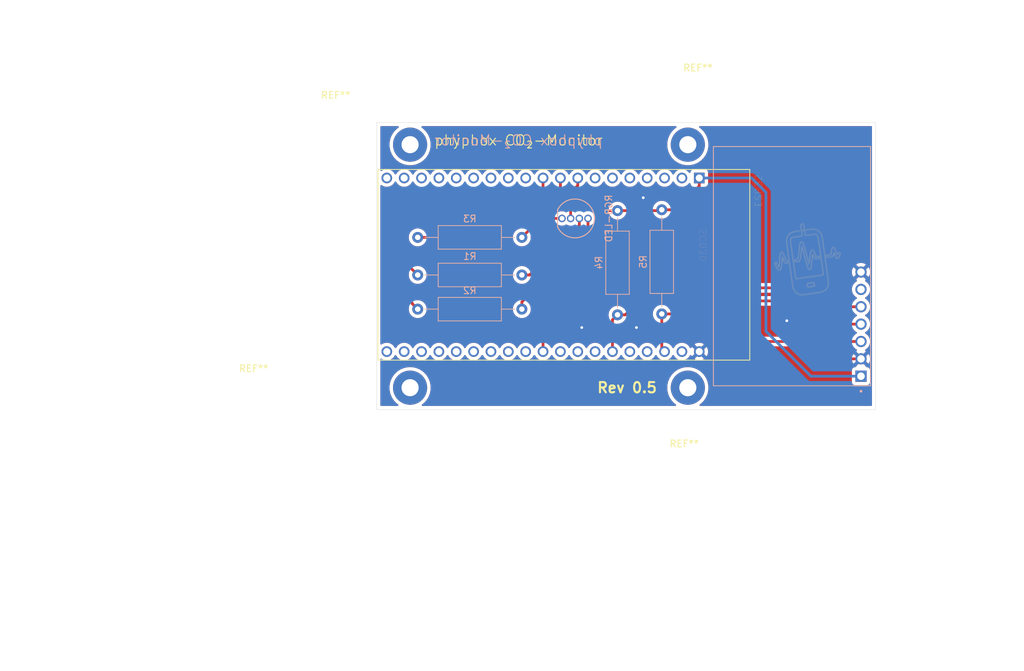
<source format=kicad_pcb>
(kicad_pcb (version 20171130) (host pcbnew 5.1.5+dfsg1-2build2)
  (layers (0 F.Cu signal) (31 B.Cu signal) (34 B.Paste user) (35 F.Paste user) (36 B.SilkS user) (37 F.SilkS user) (38 B.Mask user) (39 F.Mask user) (44 Edge.Cuts user))
  (net 0 "")
  (net 1 "Net-(D1-Pad1)")
  (net 2 VDD)
  (net 3 "Net-(D1-Pad3)")
  (net 4 "Net-(D1-Pad4)")
  (net 5 SDA)
  (net 6 SCL)
  (net 7 "Net-(U1-Pad38)")
  (net 8 "Net-(U1-Pad37)")
  (net 9 "Net-(U1-Pad36)")
  (net 10 "Net-(U1-Pad35)")
  (net 11 "Net-(U1-Pad34)")
  (net 12 "Net-(U1-Pad33)")
  (net 13 "Net-(U1-Pad32)")
  (net 14 "Net-(U1-Pad31)")
  (net 15 "Net-(U1-Pad30)")
  (net 16 RDY)
  (net 17 "Net-(U1-Pad28)")
  (net 18 "Net-(U1-Pad27)")
  (net 19 "Net-(U1-Pad26)")
  (net 20 "Net-(U1-Pad24)")
  (net 21 "Net-(U1-Pad23)")
  (net 22 "Net-(U1-Pad21)")
  (net 23 GND)
  (net 24 "Net-(U1-Pad18)")
  (net 25 "Net-(U1-Pad17)")
  (net 26 "Net-(U1-Pad16)")
  (net 27 "Net-(U1-Pad15)")
  (net 28 "Net-(U1-Pad14)")
  (net 29 "Net-(U1-Pad13)")
  (net 30 "Net-(U1-Pad12)")
  (net 31 "Net-(U1-Pad11)")
  (net 32 GREEN)
  (net 33 BLUE)
  (net 34 RED)
  (net 35 "Net-(U1-Pad7)")
  (net 36 "Net-(U1-Pad6)")
  (net 37 "Net-(U1-Pad5)")
  (net 38 "Net-(U1-Pad4)")
  (net 39 "Net-(U1-Pad3)")
  (net 40 "Net-(U1-Pad19)")
  (net 41 "Net-(U1-Pad2)")
  (net 42 "Net-(U2-Pad6)")
  (module MountingHole:MountingHole_2.5mm_Pad (layer F.Cu) (at 18.0848 17.9832)
    (fp_text reference REF** (at -0.52 8.2) (layer F.SilkS))
    (fp_text value MountingHole_2.5mm_Pad)
    (pad 1 thru_hole circle (at 0 0) (size 5 5) (drill 2.5) (layers *.Cu *.Mask))
  )
  (module MountingHole:MountingHole_2.5mm_Pad (layer F.Cu) (at 18.0848 -17.5768)
    (fp_text reference REF** (at 1.48 -11.24) (layer F.SilkS))
    (fp_text value MountingHole_2.5mm_Pad)
    (pad 1 thru_hole circle (at 0 0) (size 5 5) (drill 2.5) (layers *.Cu *.Mask))
  )
  (module MountingHole:MountingHole_2.5mm_Pad (layer F.Cu) (at -22.5552 -17.5768)
    (fp_text reference REF** (at -10.88 -7.24) (layer F.SilkS))
    (fp_text value MountingHole_2.5mm_Pad)
    (pad 1 thru_hole circle (at 0 0) (size 5 5) (drill 2.5) (layers *.Cu *.Mask))
  )
  (module MountingHole:MountingHole_2.5mm_Pad (layer F.Cu) (at -22.5552 17.9832)
    (fp_text reference REF** (at -22.88 -2.8) (layer F.SilkS))
    (fp_text value MountingHole_2.5mm_Pad)
    (pad 1 thru_hole circle (at 0 0) (size 5 5) (drill 2.5) (layers *.Cu *.Mask))
  )
  (module phyphox_CO2_Monitor:SCD30 (layer B.Cu) (at 33.3248 0.2032 90)
    (fp_text reference SCD30 (at 3.075 -13 90) (layer B.SilkS) (effects (font (thickness 0.015)) (justify mirror)))
    (fp_text value SCD30)
    (pad 7 thru_hole circle (at -0.86 10.1 90) (size 1.65 1.65) (drill 1.1) (layers *.Cu *.Mask) (net 23 GND))
    (pad 6 thru_hole circle (at -3.4 10.1 90) (size 1.65 1.65) (drill 1.1) (layers *.Cu *.Mask) (net 42 "Net-(U2-Pad6)"))
    (pad 5 thru_hole circle (at -5.94 10.1 90) (size 1.65 1.65) (drill 1.1) (layers *.Cu *.Mask) (net 16 RDY))
    (pad 4 thru_hole circle (at -8.48 10.1 90) (size 1.65 1.65) (drill 1.1) (layers *.Cu *.Mask) (net 5 SDA))
    (pad 3 thru_hole circle (at -11.02 10.1 90) (size 1.65 1.65) (drill 1.1) (layers *.Cu *.Mask) (net 6 SCL))
    (pad 2 thru_hole circle (at -13.56 10.1 90) (size 1.65 1.65) (drill 1.1) (layers *.Cu *.Mask) (net 23 GND))
    (pad 1 thru_hole rect (at -16.1 10.1 90) (size 1.65 1.65) (drill 1.1) (layers *.Cu *.Mask) (net 2 VDD))
  )
  (module phyphox_CO2_Monitor:WP154A4SEJ3VBDZGWCA (layer B.Cu) (at 6.0198 -6.7818 270)
    (fp_text reference RGB-LED (at 0 -0.5 270) (layer B.SilkS) (effects (justify mirror)))
    (fp_text value LED_BARG)
    (pad 1 thru_hole circle (at 0 6.35 270) (size 1.1 1.1) (drill 0.7) (layers *.Cu *.Mask) (net 1 "Net-(D1-Pad1)"))
    (pad 2 thru_hole circle (at 0 5.08 270) (size 1.1 1.1) (drill 0.7) (layers *.Cu *.Mask) (net 2 VDD))
    (pad 3 thru_hole circle (at 0 3.81 270) (size 1.1 1.1) (drill 0.7) (layers *.Cu *.Mask) (net 3 "Net-(D1-Pad3)"))
    (pad 4 thru_hole circle (at 0 2.54 270) (size 1.1 1.1) (drill 0.7) (layers *.Cu *.Mask) (net 4 "Net-(D1-Pad4)"))
  )
  (module Resistor_THT:R_Axial_DIN0309_L9.0mm_D3.2mm_P15.24mm_Horizontal (layer B.Cu) (at -6.2 1.49 180)
    (fp_text reference R1 (at 7.62 2.72 180) (layer B.SilkS) (effects (justify mirror)))
    (fp_text value 56)
    (pad 1 thru_hole circle (at 0 0 180) (size 1.6 1.6) (drill 0.8) (layers *.Cu *.Mask) (net 3 "Net-(D1-Pad3)"))
    (pad 2 thru_hole oval (at 15.24 0 180) (size 1.6 1.6) (drill 0.8) (layers *.Cu *.Mask) (net 34 RED))
  )
  (module Resistor_THT:R_Axial_DIN0309_L9.0mm_D3.2mm_P15.24mm_Horizontal (layer B.Cu) (at -6.2 6.49 180)
    (fp_text reference R2 (at 7.62 2.72 180) (layer B.SilkS) (effects (justify mirror)))
    (fp_text value 1)
    (pad 1 thru_hole circle (at 0 0 180) (size 1.6 1.6) (drill 0.8) (layers *.Cu *.Mask) (net 4 "Net-(D1-Pad4)"))
    (pad 2 thru_hole oval (at 15.24 0 180) (size 1.6 1.6) (drill 0.8) (layers *.Cu *.Mask) (net 32 GREEN))
  )
  (module Resistor_THT:R_Axial_DIN0309_L9.0mm_D3.2mm_P15.24mm_Horizontal (layer B.Cu) (at -6.2 -4.01 180)
    (fp_text reference R3 (at 7.62 2.72 180) (layer B.SilkS) (effects (justify mirror)))
    (fp_text value 1)
    (pad 2 thru_hole oval (at 15.24 0 180) (size 1.6 1.6) (drill 0.8) (layers *.Cu *.Mask) (net 33 BLUE))
    (pad 1 thru_hole circle (at 0 0 180) (size 1.6 1.6) (drill 0.8) (layers *.Cu *.Mask) (net 1 "Net-(D1-Pad1)"))
  )
  (module Resistor_THT:R_Axial_DIN0309_L9.0mm_D3.2mm_P15.24mm_Horizontal (layer B.Cu) (at 7.7978 -7.9226 270)
    (fp_text reference R4 (at 7.62 2.72 270) (layer B.SilkS) (effects (justify mirror)))
    (fp_text value 4.7k)
    (pad 1 thru_hole circle (at 0 0 270) (size 1.6 1.6) (drill 0.8) (layers *.Cu *.Mask) (net 2 VDD))
    (pad 2 thru_hole oval (at 15.24 0 270) (size 1.6 1.6) (drill 0.8) (layers *.Cu *.Mask) (net 5 SDA))
  )
  (module Resistor_THT:R_Axial_DIN0309_L9.0mm_D3.2mm_P15.24mm_Horizontal (layer B.Cu) (at 14.2748 -8.0518 270)
    (fp_text reference R5 (at 7.62 2.72 270) (layer B.SilkS) (effects (justify mirror)))
    (fp_text value 4.7k)
    (pad 2 thru_hole oval (at 15.24 0 270) (size 1.6 1.6) (drill 0.8) (layers *.Cu *.Mask) (net 6 SCL))
    (pad 1 thru_hole circle (at 0 0 270) (size 1.6 1.6) (drill 0.8) (layers *.Cu *.Mask) (net 2 VDD))
  )
  (module phyphox_CO2_Monitor:ESP32-DevKitC-32D (layer F.Cu) (at 0 0 270)
    (fp_text reference ESP32 (at -10.829175 -28.446045 270) (layer F.SilkS) (effects (font (size 1.000386 1.000386) (thickness 0.015))))
    (fp_text value ESP32-DEVKITC-32D)
    (pad 38 thru_hole circle (at 12.7 25.96 270) (size 1.56 1.56) (drill 1.04) (layers *.Cu *.Mask) (net 7 "Net-(U1-Pad38)"))
    (pad 37 thru_hole circle (at 12.7 23.42 270) (size 1.56 1.56) (drill 1.04) (layers *.Cu *.Mask) (net 8 "Net-(U1-Pad37)"))
    (pad 36 thru_hole circle (at 12.7 20.88 270) (size 1.56 1.56) (drill 1.04) (layers *.Cu *.Mask) (net 9 "Net-(U1-Pad36)"))
    (pad 35 thru_hole circle (at 12.7 18.34 270) (size 1.56 1.56) (drill 1.04) (layers *.Cu *.Mask) (net 10 "Net-(U1-Pad35)"))
    (pad 34 thru_hole circle (at 12.7 15.8 270) (size 1.56 1.56) (drill 1.04) (layers *.Cu *.Mask) (net 11 "Net-(U1-Pad34)"))
    (pad 33 thru_hole circle (at 12.7 13.26 270) (size 1.56 1.56) (drill 1.04) (layers *.Cu *.Mask) (net 12 "Net-(U1-Pad33)"))
    (pad 32 thru_hole circle (at 12.7 10.72 270) (size 1.56 1.56) (drill 1.04) (layers *.Cu *.Mask) (net 13 "Net-(U1-Pad32)"))
    (pad 31 thru_hole circle (at 12.7 8.18 270) (size 1.56 1.56) (drill 1.04) (layers *.Cu *.Mask) (net 14 "Net-(U1-Pad31)"))
    (pad 30 thru_hole circle (at 12.7 5.64 270) (size 1.56 1.56) (drill 1.04) (layers *.Cu *.Mask) (net 15 "Net-(U1-Pad30)"))
    (pad 29 thru_hole circle (at 12.7 3.1 270) (size 1.56 1.56) (drill 1.04) (layers *.Cu *.Mask) (net 16 RDY))
    (pad 28 thru_hole circle (at 12.7 0.56 270) (size 1.56 1.56) (drill 1.04) (layers *.Cu *.Mask) (net 17 "Net-(U1-Pad28)"))
    (pad 27 thru_hole circle (at 12.7 -1.98 270) (size 1.56 1.56) (drill 1.04) (layers *.Cu *.Mask) (net 18 "Net-(U1-Pad27)"))
    (pad 26 thru_hole circle (at 12.7 -4.52 270) (size 1.56 1.56) (drill 1.04) (layers *.Cu *.Mask) (net 19 "Net-(U1-Pad26)"))
    (pad 25 thru_hole circle (at 12.7 -7.06 270) (size 1.56 1.56) (drill 1.04) (layers *.Cu *.Mask) (net 5 SDA))
    (pad 24 thru_hole circle (at 12.7 -9.6 270) (size 1.56 1.56) (drill 1.04) (layers *.Cu *.Mask) (net 20 "Net-(U1-Pad24)"))
    (pad 23 thru_hole circle (at 12.7 -12.14 270) (size 1.56 1.56) (drill 1.04) (layers *.Cu *.Mask) (net 21 "Net-(U1-Pad23)"))
    (pad 22 thru_hole circle (at 12.7 -14.68 270) (size 1.56 1.56) (drill 1.04) (layers *.Cu *.Mask) (net 6 SCL))
    (pad 21 thru_hole circle (at 12.7 -17.22 270) (size 1.56 1.56) (drill 1.04) (layers *.Cu *.Mask) (net 22 "Net-(U1-Pad21)"))
    (pad 20 thru_hole circle (at 12.7 -19.76 270) (size 1.56 1.56) (drill 1.04) (layers *.Cu *.Mask) (net 23 GND))
    (pad 18 thru_hole circle (at -12.7 23.42 270) (size 1.56 1.56) (drill 1.04) (layers *.Cu *.Mask) (net 24 "Net-(U1-Pad18)"))
    (pad 17 thru_hole circle (at -12.7 20.88 270) (size 1.56 1.56) (drill 1.04) (layers *.Cu *.Mask) (net 25 "Net-(U1-Pad17)"))
    (pad 16 thru_hole circle (at -12.7 18.34 270) (size 1.56 1.56) (drill 1.04) (layers *.Cu *.Mask) (net 26 "Net-(U1-Pad16)"))
    (pad 15 thru_hole circle (at -12.7 15.8 270) (size 1.56 1.56) (drill 1.04) (layers *.Cu *.Mask) (net 27 "Net-(U1-Pad15)"))
    (pad 14 thru_hole circle (at -12.7 13.26 270) (size 1.56 1.56) (drill 1.04) (layers *.Cu *.Mask) (net 28 "Net-(U1-Pad14)"))
    (pad 13 thru_hole circle (at -12.7 10.72 270) (size 1.56 1.56) (drill 1.04) (layers *.Cu *.Mask) (net 29 "Net-(U1-Pad13)"))
    (pad 12 thru_hole circle (at -12.7 8.18 270) (size 1.56 1.56) (drill 1.04) (layers *.Cu *.Mask) (net 30 "Net-(U1-Pad12)"))
    (pad 11 thru_hole circle (at -12.7 5.64 270) (size 1.56 1.56) (drill 1.04) (layers *.Cu *.Mask) (net 31 "Net-(U1-Pad11)"))
    (pad 10 thru_hole circle (at -12.7 3.1 270) (size 1.56 1.56) (drill 1.04) (layers *.Cu *.Mask) (net 32 GREEN))
    (pad 9 thru_hole circle (at -12.7 0.56 270) (size 1.56 1.56) (drill 1.04) (layers *.Cu *.Mask) (net 34 RED))
    (pad 8 thru_hole circle (at -12.7 -1.98 270) (size 1.56 1.56) (drill 1.04) (layers *.Cu *.Mask) (net 33 BLUE))
    (pad 7 thru_hole circle (at -12.7 -4.52 270) (size 1.56 1.56) (drill 1.04) (layers *.Cu *.Mask) (net 35 "Net-(U1-Pad7)"))
    (pad 6 thru_hole circle (at -12.7 -7.06 270) (size 1.56 1.56) (drill 1.04) (layers *.Cu *.Mask) (net 36 "Net-(U1-Pad6)"))
    (pad 5 thru_hole circle (at -12.7 -9.6 270) (size 1.56 1.56) (drill 1.04) (layers *.Cu *.Mask) (net 37 "Net-(U1-Pad5)"))
    (pad 4 thru_hole circle (at -12.7 -12.14 270) (size 1.56 1.56) (drill 1.04) (layers *.Cu *.Mask) (net 38 "Net-(U1-Pad4)"))
    (pad 3 thru_hole circle (at -12.7 -14.68 270) (size 1.56 1.56) (drill 1.04) (layers *.Cu *.Mask) (net 39 "Net-(U1-Pad3)"))
    (pad 19 thru_hole circle (at -12.7 25.96 270) (size 1.56 1.56) (drill 1.04) (layers *.Cu *.Mask) (net 40 "Net-(U1-Pad19)"))
    (pad 2 thru_hole circle (at -12.7 -17.22 270) (size 1.56 1.56) (drill 1.04) (layers *.Cu *.Mask) (net 41 "Net-(U1-Pad2)"))
    (pad 1 thru_hole rect (at -12.7 -19.76 270) (size 1.56 1.56) (drill 1.04) (layers *.Cu *.Mask) (net 2 VDD))
  )
  (gr_text "phyphox CO₂-Monitor" (at -6.6802 -18.2118) (layer B.SilkS) (effects (font (size 1.5 1.5)) (justify mirror)))
  (gr_line (start -27.4352 21.1832) (end 45.5648 21.1832) (layer Edge.Cuts) (width 0.05))
  (gr_line (start -27.4352 -20.8168) (end -27.4352 21.1832) (layer Edge.Cuts) (width 0.05))
  (gr_line (start 45.5648 -20.8168) (end 45.5648 21.1832) (layer Edge.Cuts) (width 0.05))
  (gr_line (start -27.4352 -20.8168) (end 45.5648 -20.8168) (layer Edge.Cuts) (width 0.05))
  (gr_curve (pts (xy 40.302036 -1.262189) (xy 40.168473 -0.956417) (xy 40.081901 -0.86375) (xy 39.9298 -0.86375)) (layer F.SilkS) (width 0.01))
  (gr_curve (pts (xy 39.947039 -0.946025) (xy 40.028838 -0.955499) (xy 40.070736 -1.006544) (xy 40.187309 -1.23875)) (layer F.SilkS) (width 0.01))
  (gr_curve (pts (xy 40.187309 -1.23875) (xy 40.348364 -1.55956) (xy 40.355549 -1.67) (xy 40.215368 -1.67)) (layer F.SilkS) (width 0.01))
  (gr_curve (pts (xy 40.029674 -1.087565) (xy 40.111473 -1.097039) (xy 40.153371 -1.148084) (xy 40.269944 -1.38029)) (layer B.SilkS) (width 0.01))
  (gr_line (start 40.187309 -1.23875) (end 40.187309 -1.23875) (layer F.SilkS) (width 0.01))
  (gr_curve (pts (xy 40.129253 -1.66154) (xy 40.087726 -1.57904) (xy 40.034831 -1.508046) (xy 40.011708 -1.503776)) (layer B.SilkS) (width 0.01))
  (gr_line (start 40.269944 -1.38029) (end 40.269944 -1.38029) (layer B.SilkS) (width 0.01))
  (gr_curve (pts (xy 40.211956 -1.76375) (xy 40.427297 -1.76375) (xy 40.454634 -1.611542) (xy 40.302036 -1.262189)) (layer F.SilkS) (width 0.01))
  (gr_curve (pts (xy 40.215368 -1.67) (xy 40.144164 -1.67) (xy 40.104273 -1.634541) (xy 40.046618 -1.52)) (layer F.SilkS) (width 0.01))
  (gr_curve (pts (xy 40.298003 -1.81154) (xy 40.226799 -1.81154) (xy 40.186908 -1.776081) (xy 40.129253 -1.66154)) (layer B.SilkS) (width 0.01))
  (gr_curve (pts (xy 40.046618 -1.52) (xy 40.005091 -1.4375) (xy 39.952196 -1.366506) (xy 39.929073 -1.362236)) (layer F.SilkS) (width 0.01))
  (gr_curve (pts (xy 39.97111 -1.549443) (xy 40.032743 -1.698804) (xy 40.105732 -1.76375) (xy 40.211956 -1.76375)) (layer F.SilkS) (width 0.01))
  (gr_curve (pts (xy 40.011708 -1.503776) (xy 39.988584 -1.499506) (xy 39.881586 -1.722303) (xy 39.773933 -1.998881)) (layer B.SilkS) (width 0.01))
  (gr_curve (pts (xy 40.053745 -1.690983) (xy 40.115378 -1.840344) (xy 40.188367 -1.90529) (xy 40.294591 -1.90529)) (layer B.SilkS) (width 0.01))
  (gr_curve (pts (xy 39.850595 -2.043317) (xy 39.99884 -1.646654) (xy 40.02018 -1.609642) (xy 40.053745 -1.690983)) (layer B.SilkS) (width 0.01))
  (gr_curve (pts (xy 40.269944 -1.38029) (xy 40.430999 -1.7011) (xy 40.438184 -1.81154) (xy 40.298003 -1.81154)) (layer B.SilkS) (width 0.01))
  (gr_curve (pts (xy 40.012435 -1.00529) (xy 39.924021 -1.00529) (xy 39.868113 -1.033675) (xy 39.809315 -1.108415)) (layer B.SilkS) (width 0.01))
  (gr_curve (pts (xy 39.660929 -1.598801) (xy 39.82829 -1.177979) (xy 39.904003 -1.073009) (xy 40.029674 -1.087565)) (layer B.SilkS) (width 0.01))
  (gr_curve (pts (xy 40.294591 -1.90529) (xy 40.509932 -1.90529) (xy 40.537269 -1.753082) (xy 40.384671 -1.403729)) (layer B.SilkS) (width 0.01))
  (gr_curve (pts (xy 40.384671 -1.403729) (xy 40.251108 -1.097957) (xy 40.164536 -1.00529) (xy 40.012435 -1.00529)) (layer B.SilkS) (width 0.01))
  (gr_text "Rev 0.5" (at 9.1948 17.9832) (layer F.SilkS) (effects (font (size 1.5 1.5) (thickness 0.3))))
  (gr_curve (pts (xy 38.047198 -2.09279) (xy 38.005995 -2.358542) (xy 37.958023 -2.702731) (xy 37.900233 -3.14724)) (layer B.SilkS) (width 0.01))
  (gr_curve (pts (xy 32.644805 -3.23654) (xy 32.66697 -3.07154) (xy 32.7014 -2.818415) (xy 32.721315 -2.67404)) (layer B.SilkS) (width 0.01))
  (gr_curve (pts (xy 38.533112 0.75721) (xy 38.555152 0.911897) (xy 38.598775 1.215648) (xy 38.630052 1.43221)) (layer B.SilkS) (width 0.01))
  (gr_curve (pts (xy 38.652984 2.21971) (xy 38.620542 1.977015) (xy 38.554309 1.508578) (xy 38.422338 0.58846)) (layer B.SilkS) (width 0.01))
  (gr_curve (pts (xy 32.975171 -4.499096) (xy 32.680387 -4.213307) (xy 32.570174 -3.792107) (xy 32.644805 -3.23654)) (layer B.SilkS) (width 0.01))
  (gr_curve (pts (xy 37.196175 -4.228158) (xy 37.255017 -4.054844) (xy 37.293607 -3.820762) (xy 37.446202 -2.71154)) (layer B.SilkS) (width 0.01))
  (gr_curve (pts (xy 35.373778 4.285427) (xy 35.076798 4.341999) (xy 34.526429 4.321208) (xy 34.328792 4.24595)) (layer B.SilkS) (width 0.01))
  (gr_curve (pts (xy 34.016249 -4.939023) (xy 33.474361 -4.855945) (xy 33.241951 -4.757736) (xy 32.975171 -4.499096)) (layer B.SilkS) (width 0.01))
  (gr_curve (pts (xy 34.568657 -4.301523) (xy 34.686857 -4.316556) (xy 34.795634 -4.340925) (xy 34.810385 -4.355676)) (layer B.SilkS) (width 0.01))
  (gr_curve (pts (xy 33.240705 -4.043712) (xy 33.287191 -4.10112) (xy 33.371621 -4.131647) (xy 33.548024 -4.154828)) (layer B.SilkS) (width 0.01))
  (gr_line (start 35.204073 -5.554777) (end 35.248055 -5.196885) (layer B.SilkS) (width 0.01))
  (gr_curve (pts (xy 37.632798 -1.36154) (xy 37.675264 -1.052165) (xy 37.727015 -0.689353) (xy 37.7478 -0.55529)) (layer B.SilkS) (width 0.01))
  (gr_curve (pts (xy 33.284464 -2.33654) (xy 33.10864 -3.574897) (xy 33.101044 -3.871238) (xy 33.240705 -4.043712)) (layer B.SilkS) (width 0.01))
  (gr_curve (pts (xy 35.591249 1.771007) (xy 35.426249 1.793706) (xy 35.189999 1.826872) (xy 35.066249 1.84471)) (layer B.SilkS) (width 0.01))
  (gr_curve (pts (xy 33.547066 -0.46154) (xy 33.529467 -0.58529) (xy 33.497587 -0.813103) (xy 33.476222 -0.96779)) (layer B.SilkS) (width 0.01))
  (gr_curve (pts (xy 36.641249 4.020662) (xy 36.764999 4.002301) (xy 36.996284 3.969771) (xy 37.155215 3.948375)) (layer B.SilkS) (width 0.01))
  (gr_curve (pts (xy 37.446202 -2.71154) (xy 37.468901 -2.54654) (xy 37.502799 -2.301853) (xy 37.521531 -2.16779)) (layer B.SilkS) (width 0.01))
  (gr_curve (pts (xy 36.48372 -4.571007) (xy 36.582704 -4.589863) (xy 36.734579 -4.604356) (xy 36.82122 -4.603215)) (layer B.SilkS) (width 0.01))
  (gr_curve (pts (xy 38.422338 0.58846) (xy 38.404589 0.46471) (xy 38.371495 0.22846) (xy 38.348796 0.06346)) (layer B.SilkS) (width 0.01))
  (gr_line (start 35.248055 -5.196885) (end 35.419652 -5.221237) (layer B.SilkS) (width 0.01))
  (gr_curve (pts (xy 34.072499 -4.23049) (xy 34.227187 -4.254525) (xy 34.450458 -4.28649) (xy 34.568657 -4.301523)) (layer B.SilkS) (width 0.01))
  (gr_curve (pts (xy 33.476222 -0.96779) (xy 33.406205 -1.47473) (xy 33.360104 -1.803796) (xy 33.284464 -2.33654)) (layer B.SilkS) (width 0.01))
  (gr_curve (pts (xy 38.365903 -0.40529) (xy 38.396659 -0.168103) (xy 38.437846 0.12721) (xy 38.457431 0.25096)) (layer B.SilkS) (width 0.01))
  (gr_curve (pts (xy 33.63948 0.19471) (xy 33.606252 -0.042478) (xy 33.564666 -0.33779) (xy 33.547066 -0.46154)) (layer B.SilkS) (width 0.01))
  (gr_curve (pts (xy 36.941249 1.582777) (xy 36.084864 1.702787) (xy 35.91635 1.726283) (xy 35.591249 1.771007)) (layer B.SilkS) (width 0.01))
  (gr_curve (pts (xy 36.191249 -5.24598) (xy 36.067499 -5.227719) (xy 35.810156 -5.191772) (xy 35.619374 -5.166097)) (layer B.SilkS) (width 0.01))
  (gr_curve (pts (xy 35.891249 4.209001) (xy 35.705624 4.23218) (xy 35.472762 4.266572) (xy 35.373778 4.285427)) (layer B.SilkS) (width 0.01))
  (gr_curve (pts (xy 37.414034 -4.837406) (xy 37.126973 -5.159005) (xy 36.659766 -5.315115) (xy 36.191249 -5.24598)) (layer B.SilkS) (width 0.01))
  (gr_curve (pts (xy 33.869444 1.8402) (xy 33.857558 1.749868) (xy 33.814547 1.43971) (xy 33.773864 1.15096)) (layer B.SilkS) (width 0.01))
  (gr_curve (pts (xy 36.82122 -4.603215) (xy 37.005459 -4.600789) (xy 37.102681 -4.50354) (xy 37.196175 -4.228158)) (layer B.SilkS) (width 0.01))
  (gr_line (start 35.317967 -4.679036) (end 35.363434 -4.41389) (layer B.SilkS) (width 0.01))
  (gr_curve (pts (xy 37.999376 1.417833) (xy 37.987877 1.429332) (xy 37.871657 1.453413) (xy 37.741109 1.471346)) (layer B.SilkS) (width 0.01))
  (gr_curve (pts (xy 38.457431 0.25096) (xy 38.477016 0.37471) (xy 38.511072 0.602522) (xy 38.533112 0.75721)) (layer B.SilkS) (width 0.01))
  (gr_curve (pts (xy 37.824033 -0.03029) (xy 37.845175 0.124397) (xy 37.877768 0.360647) (xy 37.896462 0.49471)) (layer B.SilkS) (width 0.01))
  (gr_curve (pts (xy 35.966249 -4.494213) (xy 36.151874 -4.517595) (xy 36.384736 -4.552152) (xy 36.48372 -4.571007)) (layer B.SilkS) (width 0.01))
  (gr_line (start 34.328792 4.24595) (end 34.328792 4.24595) (layer B.SilkS) (width 0.01))
  (gr_curve (pts (xy 35.619374 -5.166097) (xy 35.221124 -5.112501) (xy 35.238751 -5.140986) (xy 35.317967 -4.679036)) (layer B.SilkS) (width 0.01))
  (gr_curve (pts (xy 37.900233 -3.14724) (xy 37.753191 -4.278245) (xy 37.677131 -4.542655) (xy 37.414034 -4.837406)) (layer B.SilkS) (width 0.01))
  (gr_curve (pts (xy 38.626452 3.207664) (xy 38.369689 3.722518) (xy 37.986986 3.921643) (xy 36.997499 4.055224)) (layer B.SilkS) (width 0.01))
  (gr_curve (pts (xy 37.7478 -0.55529) (xy 37.768586 -0.421228) (xy 37.802891 -0.184978) (xy 37.824033 -0.03029)) (layer B.SilkS) (width 0.01))
  (gr_curve (pts (xy 37.896462 0.49471) (xy 38.001591 1.248639) (xy 38.01834 1.39887) (xy 37.999376 1.417833)) (layer B.SilkS) (width 0.01))
  (gr_curve (pts (xy 36.453749 4.132556) (xy 36.329999 4.151422) (xy 36.076874 4.185822) (xy 35.891249 4.209001)) (layer B.SilkS) (width 0.01))
  (gr_curve (pts (xy 33.773864 1.15096) (xy 33.733181 0.86221) (xy 33.672708 0.431897) (xy 33.63948 0.19471)) (layer B.SilkS) (width 0.01))
  (gr_curve (pts (xy 36.997499 4.055224) (xy 36.822186 4.078891) (xy 36.577499 4.113691) (xy 36.453749 4.132556)) (layer B.SilkS) (width 0.01))
  (gr_curve (pts (xy 33.548024 -4.154828) (xy 33.681798 -4.172407) (xy 33.917812 -4.206454) (xy 34.072499 -4.23049)) (layer B.SilkS) (width 0.01))
  (gr_curve (pts (xy 38.1622 -1.28654) (xy 38.119735 -1.595915) (xy 38.067984 -1.958727) (xy 38.047198 -2.09279)) (layer B.SilkS) (width 0.01))
  (gr_curve (pts (xy 38.348796 0.06346) (xy 38.326097 -0.10154) (xy 38.2922 -0.346228) (xy 38.273468 -0.48029)) (layer B.SilkS) (width 0.01))
  (gr_line (start 35.363434 -4.41389) (end 35.496092 -4.432796) (layer B.SilkS) (width 0.01))
  (gr_curve (pts (xy 35.066249 1.84471) (xy 34.715445 1.895276) (xy 34.258473 1.95819) (xy 34.066152 1.982399)) (layer B.SilkS) (width 0.01))
  (gr_curve (pts (xy 35.496092 -4.432796) (xy 35.569053 -4.443194) (xy 35.780624 -4.470832) (xy 35.966249 -4.494213)) (layer B.SilkS) (width 0.01))
  (gr_curve (pts (xy 35.872499 4.133599) (xy 36.171562 4.089845) (xy 36.517499 4.039024) (xy 36.641249 4.020662)) (layer B.SilkS) (width 0.01))
  (gr_curve (pts (xy 37.521531 -2.16779) (xy 37.540262 -2.033727) (xy 37.590333 -1.670915) (xy 37.632798 -1.36154)) (layer B.SilkS) (width 0.01))
  (gr_curve (pts (xy 38.630052 1.43221) (xy 38.794855 2.573308) (xy 38.794251 2.871199) (xy 38.626452 3.207664)) (layer B.SilkS) (width 0.01))
  (gr_curve (pts (xy 38.273468 -0.48029) (xy 38.254736 -0.614353) (xy 38.204666 -0.977165) (xy 38.1622 -1.28654)) (layer B.SilkS) (width 0.01))
  (gr_curve (pts (xy 38.270465 -1.09904) (xy 38.2922 -0.954665) (xy 38.335148 -0.642478) (xy 38.365903 -0.40529)) (layer B.SilkS) (width 0.01))
  (gr_curve (pts (xy 37.873621 3.781724) (xy 38.466911 3.563795) (xy 38.755373 2.985655) (xy 38.652984 2.21971)) (layer B.SilkS) (width 0.01))
  (gr_curve (pts (xy 34.735812 -5.041348) (xy 34.729135 -5.047431) (xy 34.649356 -5.036086) (xy 34.016249 -4.939023)) (layer B.SilkS) (width 0.01))
  (gr_curve (pts (xy 34.810385 -4.355676) (xy 34.831803 -4.377094) (xy 34.762171 -5.017337) (xy 34.735812 -5.041348)) (layer B.SilkS) (width 0.01))
  (gr_curve (pts (xy 37.155215 3.948375) (xy 37.526022 3.898453) (xy 37.60693 3.879685) (xy 37.873621 3.781724)) (layer B.SilkS) (width 0.01))
  (gr_curve (pts (xy 37.741109 1.471346) (xy 37.610561 1.489279) (xy 37.250624 1.539423) (xy 36.941249 1.582777)) (layer B.SilkS) (width 0.01))
  (gr_curve (pts (xy 32.798796 -2.11154) (xy 32.821495 -1.94654) (xy 32.854589 -1.71029) (xy 32.872338 -1.58654)) (layer B.SilkS) (width 0.01))
  (gr_curve (pts (xy 32.721315 -2.67404) (xy 32.741231 -2.529665) (xy 32.776097 -2.27654) (xy 32.798796 -2.11154)) (layer B.SilkS) (width 0.01))
  (gr_curve (pts (xy 38.447339 -1.345716) (xy 38.481489 -1.20236) (xy 38.491238 -1.193853) (xy 38.602079 -1.210695)) (layer B.SilkS) (width 0.01))
  (gr_curve (pts (xy 31.055193 0.086024) (xy 31.157524 0.294487) (xy 31.281519 0.505472) (xy 31.330738 0.554879)) (layer B.SilkS) (width 0.01))
  (gr_curve (pts (xy 39.527414 -2.543899) (xy 39.499481 -2.567081) (xy 39.437744 -2.580533) (xy 39.390219 -2.573794)) (layer B.SilkS) (width 0.01))
  (gr_curve (pts (xy 39.463355 -1.872922) (xy 39.476937 -1.834824) (xy 39.488604 -1.833171) (xy 39.509161 -1.866432)) (layer B.SilkS) (width 0.01))
  (gr_curve (pts (xy 39.417893 -1.679742) (xy 39.432875 -1.814106) (xy 39.453333 -1.901037) (xy 39.463355 -1.872922)) (layer B.SilkS) (width 0.01))
  (gr_curve (pts (xy 39.303386 -2.63975) (xy 39.502297 -2.770082) (xy 39.63169 -2.629049) (xy 39.850595 -2.043317)) (layer B.SilkS) (width 0.01))
  (gr_curve (pts (xy 38.416583 -1.146207) (xy 38.397342 -1.165447) (xy 38.378147 -1.254913) (xy 38.373925 -1.34502)) (layer B.SilkS) (width 0.01))
  (gr_line (start 31.967228 -1.13654) (end 31.97098 -1.21154) (layer B.SilkS) (width 0.01))
  (gr_line (start 31.681424 0.579085) (end 31.681424 0.579085) (layer B.SilkS) (width 0.01))
  (gr_curve (pts (xy 39.347201 -1.376945) (xy 39.3711 -1.40912) (xy 39.402911 -1.545379) (xy 39.417893 -1.679742)) (layer B.SilkS) (width 0.01))
  (gr_line (start 38.373925 -1.34502) (end 38.36625 -1.508851) (layer B.SilkS) (width 0.01))
  (gr_curve (pts (xy 39.390219 -2.573794) (xy 39.279993 -2.558162) (xy 39.221547 -2.387716) (xy 39.190784 -1.992179)) (layer B.SilkS) (width 0.01))
  (gr_line (start 31.934999 -1.21154) (end 31.967228 -1.13654) (layer B.SilkS) (width 0.01))
  (gr_curve (pts (xy 38.602079 -1.210695) (xy 39.218209 -1.304314) (xy 39.308162 -1.324384) (xy 39.347201 -1.376945)) (layer B.SilkS) (width 0.01))
  (gr_curve (pts (xy 39.809315 -1.108415) (xy 39.72747 -1.212451) (xy 39.652755 -1.364295) (xy 39.564829 -1.60529)) (layer B.SilkS) (width 0.01))
  (gr_line (start 38.36625 -1.508851) (end 38.7225 -1.56684) (layer B.SilkS) (width 0.01))
  (gr_curve (pts (xy 39.773933 -1.998881) (xy 39.666279 -2.275459) (xy 39.555346 -2.520717) (xy 39.527414 -2.543899)) (layer B.SilkS) (width 0.01))
  (gr_curve (pts (xy 31.330738 0.554879) (xy 31.436329 0.660874) (xy 31.599136 0.672112) (xy 31.681424 0.579085)) (layer B.SilkS) (width 0.01))
  (gr_curve (pts (xy 38.780625 -1.493057) (xy 38.425752 -1.442597) (xy 38.424401 -1.442) (xy 38.447339 -1.345716)) (layer B.SilkS) (width 0.01))
  (gr_line (start 38.7225 -1.56684) (end 39.07875 -1.624829) (layer B.SilkS) (width 0.01))
  (gr_curve (pts (xy 30.93041 -0.354273) (xy 30.873713 -0.297575) (xy 30.883031 -0.264696) (xy 31.055193 0.086024)) (layer B.SilkS) (width 0.01))
  (gr_line (start 39.564829 -1.60529) (end 39.516943 -1.73654) (layer B.SilkS) (width 0.01))
  (gr_curve (pts (xy 39.492635 -1.58654) (xy 39.455961 -1.360224) (xy 39.381729 -1.252943) (xy 39.240559 -1.222235)) (layer B.SilkS) (width 0.01))
  (gr_line (start 39.809315 -1.108415) (end 39.809315 -1.108415) (layer B.SilkS) (width 0.01))
  (gr_curve (pts (xy 39.509161 -1.866432) (xy 39.525506 -1.892881) (xy 39.587335 -1.783851) (xy 39.660929 -1.598801)) (layer B.SilkS) (width 0.01))
  (gr_curve (pts (xy 39.190784 -1.992179) (xy 39.15339 -1.511376) (xy 39.185663 -1.550649) (xy 38.780625 -1.493057)) (layer B.SilkS) (width 0.01))
  (gr_line (start 39.516943 -1.73654) (end 39.492635 -1.58654) (layer B.SilkS) (width 0.01))
  (gr_curve (pts (xy 39.103131 -1.944026) (xy 39.135657 -2.369831) (xy 39.192422 -2.567044) (xy 39.303386 -2.63975)) (layer B.SilkS) (width 0.01))
  (gr_curve (pts (xy 39.240559 -1.222235) (xy 38.949306 -1.158878) (xy 38.449983 -1.112806) (xy 38.416583 -1.146207)) (layer B.SilkS) (width 0.01))
  (gr_line (start 39.07875 -1.624829) (end 39.103131 -1.944026) (layer B.SilkS) (width 0.01))
  (gr_curve (pts (xy 35.077825 -5.816494) (xy 35.033682 -6.051745) (xy 35.034649 -6.051298) (xy 34.744596 -5.970768)) (layer B.SilkS) (width 0.01))
  (gr_line (start 31.375167 0.688878) (end 31.375167 0.688878) (layer B.SilkS) (width 0.01))
  (gr_curve (pts (xy 31.681424 0.579085) (xy 31.713351 0.542991) (xy 31.758195 0.420647) (xy 31.781077 0.30721)) (layer B.SilkS) (width 0.01))
  (gr_line (start 36.885308 -1.257401) (end 36.764184 -1.534471) (layer B.SilkS) (width 0.01))
  (gr_line (start 31.347536 -0.075791) (end 31.478343 0.197456) (layer B.SilkS) (width 0.01))
  (gr_curve (pts (xy 31.676205 -1.872993) (xy 31.733839 -1.953934) (xy 31.782995 -1.98029) (xy 31.876319 -1.98029)) (layer B.SilkS) (width 0.01))
  (gr_line (start 34.273267 -0.876013) (end 34.059091 -0.833109) (layer B.SilkS) (width 0.01))
  (gr_curve (pts (xy 35.112758 -5.16779) (xy 35.173316 -5.16779) (xy 35.162757 -5.363862) (xy 35.077825 -5.816494)) (layer B.SilkS) (width 0.01))
  (gr_curve (pts (xy 34.741637 -2.52404) (xy 34.759542 -2.715006) (xy 34.780843 -2.78654) (xy 34.819802 -2.78654)) (layer B.SilkS) (width 0.01))
  (gr_line (start 37.107595 -1.277558) (end 36.885308 -1.257401) (layer B.SilkS) (width 0.01))
  (gr_curve (pts (xy 30.86508 -0.417514) (xy 30.946549 -0.498982) (xy 31.082715 -0.497656) (xy 31.157553 -0.414664)) (layer B.SilkS) (width 0.01))
  (gr_curve (pts (xy 35.887656 -0.15529) (xy 35.82555 -0.15529) (xy 35.842166 -0.103657) (xy 35.611387 -1.013797)) (layer B.SilkS) (width 0.01))
  (gr_curve (pts (xy 33.825632 -0.770922) (xy 33.815026 -0.760317) (xy 33.81779 -0.706058) (xy 33.831773 -0.650346)) (layer B.SilkS) (width 0.01))
  (gr_curve (pts (xy 35.459347 -0.59279) (xy 35.479485 -0.520603) (xy 35.530956 -0.334978) (xy 35.573728 -0.18029)) (layer B.SilkS) (width 0.01))
  (gr_line (start 35.112758 -5.16779) (end 35.112758 -5.16779) (layer B.SilkS) (width 0.01))
  (gr_curve (pts (xy 35.573728 -0.18029) (xy 35.68332 0.216055) (xy 35.796516 0.49018) (xy 35.867781 0.531812)) (layer B.SilkS) (width 0.01))
  (gr_curve (pts (xy 35.050324 -3.033488) (xy 34.953868 -3.290548) (xy 34.811235 -3.439915) (xy 34.717689 -3.381826)) (layer B.SilkS) (width 0.01))
  (gr_curve (pts (xy 36.764184 -1.534471) (xy 36.516546 -2.100933) (xy 36.46083 -2.18654) (xy 36.339794 -2.18654)) (layer B.SilkS) (width 0.01))
  (gr_line (start 31.478343 0.197456) (end 31.499476 -0.075791) (layer B.SilkS) (width 0.01))
  (gr_curve (pts (xy 32.669021 -0.705097) (xy 32.769797 -0.687698) (xy 32.779671 -0.671893) (xy 32.79005 -0.51136)) (layer B.SilkS) (width 0.01))
  (gr_curve (pts (xy 34.819802 -2.78654) (xy 34.849255 -2.78654) (xy 34.885974 -2.744353) (xy 34.901399 -2.69279)) (layer B.SilkS) (width 0.01))
  (gr_curve (pts (xy 31.499476 -0.075791) (xy 31.5111 -0.226078) (xy 31.538428 -0.667787) (xy 31.560207 -1.057368)) (layer B.SilkS) (width 0.01))
  (gr_curve (pts (xy 34.901399 -2.69279) (xy 34.979889 -2.430419) (xy 35.143146 -1.824114) (xy 35.275007 -1.30529)) (layer B.SilkS) (width 0.01))
  (gr_curve (pts (xy 31.781077 0.30721) (xy 31.825936 0.08482) (xy 31.895849 -0.725632) (xy 31.900135 -1.072958)) (layer B.SilkS) (width 0.01))
  (gr_line (start 34.318316 -1.081276) (end 34.273267 -0.876013) (layer B.SilkS) (width 0.01))
  (gr_curve (pts (xy 31.97098 -1.21154) (xy 31.973042 -1.25279) (xy 32.044012 -1.109353) (xy 32.128687 -0.89279)) (layer B.SilkS) (width 0.01))
  (gr_curve (pts (xy 34.943265 -5.145068) (xy 35.005751 -5.157565) (xy 35.082022 -5.16779) (xy 35.112758 -5.16779)) (layer B.SilkS) (width 0.01))
  (gr_curve (pts (xy 36.022934 -1.04279) (xy 35.962061 -0.271395) (xy 35.944364 -0.15529) (xy 35.887656 -0.15529)) (layer B.SilkS) (width 0.01))
  (gr_curve (pts (xy 35.611387 -1.013797) (xy 35.355548 -2.022766) (xy 35.144483 -2.782549) (xy 35.050324 -3.033488)) (layer B.SilkS) (width 0.01))
  (gr_curve (pts (xy 31.044235 -0.39538) (xy 31.015332 -0.406471) (xy 30.964111 -0.387973) (xy 30.93041 -0.354273)) (layer B.SilkS) (width 0.01))
  (gr_curve (pts (xy 31.260291 -0.052752) (xy 31.170364 -0.230106) (xy 31.073139 -0.384289) (xy 31.044235 -0.39538)) (layer B.SilkS) (width 0.01))
  (gr_curve (pts (xy 32.494486 -0.89279) (xy 32.54695 -0.756178) (xy 32.58019 -0.720432) (xy 32.669021 -0.705097)) (layer B.SilkS) (width 0.01))
  (gr_curve (pts (xy 32.614214 -0.63029) (xy 32.513332 -0.63029) (xy 32.497683 -0.65144) (xy 32.385303 -0.939665)) (layer B.SilkS) (width 0.01))
  (gr_curve (pts (xy 32.027944 -0.94904) (xy 31.989197 -1.057973) (xy 31.981711 -1.010216) (xy 31.936823 -0.36779)) (layer B.SilkS) (width 0.01))
  (gr_curve (pts (xy 36.339794 -2.18654) (xy 36.153475 -2.18654) (xy 36.097146 -1.983211) (xy 36.022934 -1.04279)) (layer B.SilkS) (width 0.01))
  (gr_curve (pts (xy 32.128687 -0.89279) (xy 32.305597 -0.440334) (xy 32.356938 -0.36779) (xy 32.500244 -0.36779)) (layer B.SilkS) (width 0.01))
  (gr_curve (pts (xy 31.900135 -1.072958) (xy 31.902036 -1.226946) (xy 31.911763 -1.265614) (xy 31.934999 -1.21154)) (layer B.SilkS) (width 0.01))
  (gr_curve (pts (xy 32.79005 -0.51136) (xy 32.802632 -0.316777) (xy 32.776908 -0.295371) (xy 32.518841 -0.28567)) (layer B.SilkS) (width 0.01))
  (gr_curve (pts (xy 34.086723 -0.57556) (xy 34.212963 -0.59014) (xy 34.353203 -0.616053) (xy 34.398369 -0.633144)) (layer B.SilkS) (width 0.01))
  (gr_curve (pts (xy 31.560207 -1.057368) (xy 31.594509 -1.670991) (xy 31.610019 -1.780043) (xy 31.676205 -1.872993)) (layer B.SilkS) (width 0.01))
  (gr_curve (pts (xy 34.744596 -5.970768) (xy 34.682371 -5.953491) (xy 34.690487 -5.839438) (xy 34.790677 -5.323193)) (layer B.SilkS) (width 0.01))
  (gr_curve (pts (xy 34.790677 -5.323193) (xy 34.829053 -5.125453) (xy 34.831413 -5.122698) (xy 34.943265 -5.145068)) (layer B.SilkS) (width 0.01))
  (gr_curve (pts (xy 34.398369 -0.633144) (xy 34.541895 -0.687455) (xy 34.598855 -1.001222) (xy 34.741637 -2.52404)) (layer B.SilkS) (width 0.01))
  (gr_curve (pts (xy 32.500244 -0.36779) (xy 32.669089 -0.36779) (xy 32.722499 -0.404801) (xy 32.722499 -0.521802)) (layer B.SilkS) (width 0.01))
  (gr_curve (pts (xy 31.375167 0.688878) (xy 31.27929 0.637459) (xy 31.198741 0.530054) (xy 31.044841 0.248418)) (layer B.SilkS) (width 0.01))
  (gr_curve (pts (xy 31.157553 -0.414664) (xy 31.1901 -0.37857) (xy 31.275593 -0.226078) (xy 31.347536 -0.075791)) (layer B.SilkS) (width 0.01))
  (gr_curve (pts (xy 33.831773 -0.650346) (xy 33.85691 -0.55019) (xy 33.859775 -0.549349) (xy 34.086723 -0.57556)) (layer B.SilkS) (width 0.01))
  (gr_curve (pts (xy 34.409218 -1.77404) (xy 34.383999 -1.505915) (xy 34.343092 -1.194172) (xy 34.318316 -1.081276)) (layer B.SilkS) (width 0.01))
  (gr_curve (pts (xy 34.717689 -3.381826) (xy 34.572904 -3.29192) (xy 34.531875 -3.07807) (xy 34.409218 -1.77404)) (layer B.SilkS) (width 0.01))
  (gr_curve (pts (xy 31.540307 0.233734) (xy 31.485625 0.322212) (xy 31.412459 0.247356) (xy 31.260291 -0.052752)) (layer B.SilkS) (width 0.01))
  (gr_curve (pts (xy 31.617767 -0.743606) (xy 31.587394 -0.225856) (xy 31.552537 0.213946) (xy 31.540307 0.233734)) (layer B.SilkS) (width 0.01))
  (gr_curve (pts (xy 31.876319 -1.98029) (xy 31.977961 -1.98029) (xy 32.016407 -1.955201) (xy 32.09181 -1.839665)) (layer B.SilkS) (width 0.01))
  (gr_curve (pts (xy 32.518841 -0.28567) (xy 32.305118 -0.277635) (xy 32.231246 -0.377462) (xy 32.027944 -0.94904)) (layer B.SilkS) (width 0.01))
  (gr_curve (pts (xy 32.385303 -0.939665) (xy 32.05725 -1.781033) (xy 31.989428 -1.90529) (xy 31.85824 -1.90529)) (layer B.SilkS) (width 0.01))
  (gr_curve (pts (xy 31.852223 0.391747) (xy 31.779452 0.686709) (xy 31.590529 0.804378) (xy 31.375167 0.688878)) (layer B.SilkS) (width 0.01))
  (gr_curve (pts (xy 35.867781 0.531812) (xy 35.944503 0.576632) (xy 35.939611 0.576571) (xy 36.019667 0.533725)) (layer B.SilkS) (width 0.01))
  (gr_curve (pts (xy 31.044841 0.248418) (xy 30.812068 -0.177553) (xy 30.77233 -0.324764) (xy 30.86508 -0.417514)) (layer B.SilkS) (width 0.01))
  (gr_curve (pts (xy 35.275007 -1.30529) (xy 35.356256 -0.985603) (xy 35.439209 -0.664978) (xy 35.459347 -0.59279)) (layer B.SilkS) (width 0.01))
  (gr_curve (pts (xy 32.722499 -0.521802) (xy 32.722499 -0.616406) (xy 32.708641 -0.63029) (xy 32.614214 -0.63029)) (layer B.SilkS) (width 0.01))
  (gr_curve (pts (xy 31.936823 -0.36779) (xy 31.914485 -0.048103) (xy 31.876415 0.293689) (xy 31.852223 0.391747)) (layer B.SilkS) (width 0.01))
  (gr_curve (pts (xy 32.09181 -1.839665) (xy 32.173146 -1.715039) (xy 32.230589 -1.579962) (xy 32.494486 -0.89279)) (layer B.SilkS) (width 0.01))
  (gr_line (start 36.019667 0.533725) (end 36.019667 0.533725) (layer B.SilkS) (width 0.01))
  (gr_curve (pts (xy 34.059091 -0.833109) (xy 33.941294 -0.809512) (xy 33.836237 -0.781528) (xy 33.825632 -0.770922)) (layer B.SilkS) (width 0.01))
  (gr_curve (pts (xy 31.85824 -1.90529) (xy 31.711634 -1.90529) (xy 31.675747 -1.731929) (xy 31.617767 -0.743606)) (layer B.SilkS) (width 0.01))
  (gr_curve (pts (xy 36.019667 0.533726) (xy 36.103254 0.488991) (xy 36.155602 0.284389) (xy 36.207147 -0.19904)) (layer B.SilkS) (width 0.01))
  (gr_curve (pts (xy 36.717047 -0.977873) (xy 36.664528 -1.02389) (xy 36.573549 -1.160307) (xy 36.514871 -1.281022)) (layer B.SilkS) (width 0.01))
  (gr_curve (pts (xy 37.440185 -1.18327) (xy 37.453568 -0.97464) (xy 37.425968 -0.956063) (xy 37.045643 -0.917711)) (layer B.SilkS) (width 0.01))
  (gr_curve (pts (xy 33.735511 -0.751451) (xy 33.734975 -0.858932) (xy 33.737468 -0.860282) (xy 34.051037 -0.922191)) (layer B.SilkS) (width 0.01))
  (gr_curve (pts (xy 35.810723 0.589751) (xy 35.67978 0.498035) (xy 35.555082 0.129691) (xy 35.253954 -1.054888)) (layer B.SilkS) (width 0.01))
  (gr_curve (pts (xy 36.207147 -0.19904) (xy 36.246222 -0.565522) (xy 36.322499 -1.480826) (xy 36.322499 -1.583236)) (layer B.SilkS) (width 0.01))
  (gr_line (start 34.616249 1.825178) (end 34.616249 1.825178) (layer B.SilkS) (width 0.01))
  (gr_line (start 36.408185 -1.500503) (end 36.385853 -1.318522) (layer B.SilkS) (width 0.01))
  (gr_curve (pts (xy 37.045643 -0.917711) (xy 36.839007 -0.896875) (xy 36.801693 -0.903706) (xy 36.717047 -0.977873)) (layer B.SilkS) (width 0.01))
  (gr_curve (pts (xy 34.706562 -1.41779) (xy 34.650821 -0.910052) (xy 34.576617 -0.642907) (xy 34.472349 -0.574589)) (layer B.SilkS) (width 0.01))
  (gr_curve (pts (xy 36.201956 0.374436) (xy 36.141991 0.615156) (xy 35.976794 0.706072) (xy 35.810723 0.589751)) (layer B.SilkS) (width 0.01))
  (gr_curve (pts (xy 35.876985 -0.450049) (xy 35.891033 -0.472778) (xy 35.91402 -0.678724) (xy 35.928069 -0.907708)) (layer B.SilkS) (width 0.01))
  (gr_curve (pts (xy 36.341438 -0.78029) (xy 36.313407 -0.328092) (xy 36.25358 0.167198) (xy 36.201956 0.374436)) (layer B.SilkS) (width 0.01))
  (gr_curve (pts (xy 36.385853 -1.318522) (xy 36.37357 -1.218432) (xy 36.353583 -0.976228) (xy 36.341438 -0.78029)) (layer B.SilkS) (width 0.01))
  (gr_curve (pts (xy 34.087236 -0.495755) (xy 33.789843 -0.470953) (xy 33.783345 -0.472224) (xy 33.759921 -0.559745)) (layer B.SilkS) (width 0.01))
  (gr_curve (pts (xy 34.69848 -3.466706) (xy 34.852423 -3.505343) (xy 34.969214 -3.42153) (xy 35.070882 -3.199456)) (layer B.SilkS) (width 0.01))
  (gr_line (start 37.428749 -1.36154) (end 37.440185 -1.18327) (layer B.SilkS) (width 0.01))
  (gr_line (start 36.79267 -1.676902) (end 36.933116 -1.341981) (layer B.SilkS) (width 0.01))
  (gr_curve (pts (xy 34.472349 -0.574589) (xy 34.427416 -0.545147) (xy 34.254115 -0.509672) (xy 34.087236 -0.495755)) (layer B.SilkS) (width 0.01))
  (gr_line (start 35.197499 -4.985244) (end 35.197499 -5.101306) (layer B.SilkS) (width 0.01))
  (gr_curve (pts (xy 33.759921 -0.559745) (xy 33.746777 -0.608858) (xy 33.735793 -0.695125) (xy 33.735511 -0.751451)) (layer B.SilkS) (width 0.01))
  (gr_line (start 37.180933 -1.351761) (end 37.428749 -1.36154) (layer B.SilkS) (width 0.01))
  (gr_line (start 36.933116 -1.341981) (end 37.180933 -1.351761) (layer B.SilkS) (width 0.01))
  (gr_curve (pts (xy 35.928069 -0.907708) (xy 35.96646 -1.533468) (xy 36.050783 -2.059411) (xy 36.130094 -2.16779)) (layer B.SilkS) (width 0.01))
  (gr_curve (pts (xy 34.334282 -1.84904) (xy 34.461026 -3.194666) (xy 34.51172 -3.419832) (xy 34.69848 -3.466706)) (layer B.SilkS) (width 0.01))
  (gr_curve (pts (xy 35.253954 -1.054888) (xy 35.061816 -1.810723) (xy 34.95773 -2.197271) (xy 34.883599 -2.43029)) (layer B.SilkS) (width 0.01))
  (gr_curve (pts (xy 36.559584 -2.148155) (xy 36.610536 -2.073172) (xy 36.715425 -1.861108) (xy 36.79267 -1.676902)) (layer B.SilkS) (width 0.01))
  (gr_curve (pts (xy 34.051037 -0.922191) (xy 34.193086 -0.950236) (xy 34.199926 -0.958567) (xy 34.243344 -1.156405)) (layer B.SilkS) (width 0.01))
  (gr_line (start 35.197499 -5.101306) (end 35.019374 -5.07479) (layer B.SilkS) (width 0.01))
  (gr_curve (pts (xy 34.883599 -2.43029) (xy 34.834997 -2.583064) (xy 34.829587 -2.588389) (xy 34.826455 -2.48654)) (layer B.SilkS) (width 0.01))
  (gr_curve (pts (xy 36.332822 -2.273013) (xy 36.450715 -2.283098) (xy 36.478154 -2.26799) (xy 36.559584 -2.148155)) (layer B.SilkS) (width 0.01))
  (gr_curve (pts (xy 34.826455 -2.48654) (xy 34.824554 -2.424665) (xy 34.806524 -2.247478) (xy 34.786392 -2.09279)) (layer B.SilkS) (width 0.01))
  (gr_curve (pts (xy 33.971672 1.91957) (xy 33.975564 1.919495) (xy 34.265624 1.877017) (xy 34.616249 1.825178)) (layer B.SilkS) (width 0.01))
  (gr_curve (pts (xy 36.322499 -1.583236) (xy 36.322499 -1.687294) (xy 36.436116 -1.682269) (xy 36.475948 -1.576449)) (layer B.SilkS) (width 0.01))
  (gr_line (start 36.514871 -1.281022) (end 36.408185 -1.500503) (layer B.SilkS) (width 0.01))
  (gr_curve (pts (xy 36.130094 -2.16779) (xy 36.176757 -2.231555) (xy 36.241597 -2.265209) (xy 36.332822 -2.273013)) (layer B.SilkS) (width 0.01))
  (gr_curve (pts (xy 35.070882 -3.199456) (xy 35.201113 -2.914996) (xy 35.295216 -2.586808) (xy 35.691476 -1.035131)) (layer B.SilkS) (width 0.01))
  (gr_curve (pts (xy 33.943587 1.760335) (xy 33.955141 1.847991) (xy 33.967779 1.919647) (xy 33.971672 1.91957)) (layer B.SilkS) (width 0.01))
  (gr_curve (pts (xy 34.786392 -2.09279) (xy 34.766261 -1.938103) (xy 34.730337 -1.634353) (xy 34.706562 -1.41779)) (layer B.SilkS) (width 0.01))
  (gr_line (start 35.810723 0.589751) (end 35.810723 0.589751) (layer B.SilkS) (width 0.01))
  (gr_curve (pts (xy 34.243344 -1.156405) (xy 34.268105 -1.269229) (xy 34.309027 -1.580915) (xy 34.334282 -1.84904)) (layer B.SilkS) (width 0.01))
  (gr_curve (pts (xy 35.691476 -1.035131) (xy 35.779459 -0.690607) (xy 35.862938 -0.427319) (xy 35.876985 -0.450049)) (layer B.SilkS) (width 0.01))
  (gr_curve (pts (xy 37.351191 -1.242185) (xy 37.334414 -1.285904) (xy 37.282606 -1.293427) (xy 37.107595 -1.277558)) (layer B.SilkS) (width 0.01))
  (gr_curve (pts (xy 37.269374 -1.027701) (xy 37.372064 -1.04866) (xy 37.398679 -1.118432) (xy 37.351191 -1.242185)) (layer B.SilkS) (width 0.01))
  (gr_curve (pts (xy 36.760116 -1.037506) (xy 36.814941 -0.992005) (xy 37.07039 -0.987087) (xy 37.269374 -1.027701)) (layer B.SilkS) (width 0.01))
  (gr_curve (pts (xy 36.475948 -1.576449) (xy 36.552135 -1.374046) (xy 36.705825 -1.082564) (xy 36.760116 -1.037506)) (layer B.SilkS) (width 0.01))
  (gr_curve (pts (xy 34.616249 1.825178) (xy 34.966874 1.773341) (xy 35.380312 1.714586) (xy 35.534999 1.694612)) (layer B.SilkS) (width 0.01))
  (gr_curve (pts (xy 35.242632 -4.605986) (xy 35.217809 -4.750744) (xy 35.197499 -4.92141) (xy 35.197499 -4.985244)) (layer B.SilkS) (width 0.01))
  (gr_curve (pts (xy 36.648675 2.495885) (xy 36.661052 2.508262) (xy 36.679225 2.643769) (xy 36.68906 2.797012)) (layer B.SilkS) (width 0.01))
  (gr_curve (pts (xy 36.725322 -4.51845) (xy 36.637832 -4.506611) (xy 36.313124 -4.462311) (xy 36.003749 -4.420005)) (layer B.SilkS) (width 0.01))
  (gr_curve (pts (xy 37.073179 -4.303959) (xy 36.970057 -4.506093) (xy 36.90958 -4.543384) (xy 36.725322 -4.51845)) (layer B.SilkS) (width 0.01))
  (gr_curve (pts (xy 37.580519 -1.15529) (xy 37.547291 -1.392478) (xy 37.487004 -1.82279) (xy 37.446548 -2.11154)) (layer B.SilkS) (width 0.01))
  (gr_curve (pts (xy 35.844374 2.656816) (xy 35.660562 2.678651) (xy 35.647499 2.687008) (xy 35.647499 2.782769)) (layer B.SilkS) (width 0.01))
  (gr_curve (pts (xy 36.011279 3.084456) (xy 36.110262 3.065066) (xy 36.290488 3.038264) (xy 36.411779 3.024895)) (layer B.SilkS) (width 0.01))
  (gr_curve (pts (xy 33.246168 1.05721) (xy 33.263055 1.170647) (xy 33.312049 1.525023) (xy 33.355045 1.84471)) (layer B.SilkS) (width 0.01))
  (gr_curve (pts (xy 33.589802 3.30721) (xy 33.718843 3.714196) (xy 34.025052 4.04899) (xy 34.38342 4.174913)) (layer B.SilkS) (width 0.01))
  (gr_line (start 36.411779 3.024895) (end 36.632309 3.000588) (layer B.SilkS) (width 0.01))
  (gr_curve (pts (xy 35.019374 -5.07479) (xy 34.921406 -5.060206) (xy 34.838255 -5.045452) (xy 34.834595 -5.042002)) (layer B.SilkS) (width 0.01))
  (gr_curve (pts (xy 33.862906 1.18846) (xy 33.895727 1.415335) (xy 33.932033 1.672679) (xy 33.943587 1.760335)) (layer B.SilkS) (width 0.01))
  (gr_curve (pts (xy 33.770353 0.53221) (xy 33.788437 0.666272) (xy 33.830086 0.961585) (xy 33.862906 1.18846)) (layer B.SilkS) (width 0.01))
  (gr_curve (pts (xy 32.872338 -1.58654) (xy 32.973851 -0.878779) (xy 33.069481 -0.206071) (xy 33.098902 0.00721)) (layer B.SilkS) (width 0.01))
  (gr_line (start 34.066152 1.982399) (end 33.891054 2.00444) (layer B.SilkS) (width 0.01))
  (gr_curve (pts (xy 33.622499 -0.53654) (xy 33.656932 -0.297658) (xy 33.716177 0.130587) (xy 33.770353 0.53221)) (layer B.SilkS) (width 0.01))
  (gr_curve (pts (xy 36.577346 2.574557) (xy 36.570605 2.567815) (xy 36.447225 2.578303) (xy 36.303169 2.597864)) (layer B.SilkS) (width 0.01))
  (gr_curve (pts (xy 33.608181 -4.079521) (xy 33.149213 -4.015646) (xy 33.138991 -3.947053) (xy 33.3596 -2.41154)) (layer B.SilkS) (width 0.01))
  (gr_curve (pts (xy 35.647499 2.782769) (xy 35.647499 2.83918) (xy 35.658046 2.938069) (xy 35.670937 3.002522)) (layer B.SilkS) (width 0.01))
  (gr_curve (pts (xy 34.875347 -4.690941) (xy 34.90142 -4.501306) (xy 34.910045 -4.325589) (xy 34.894513 -4.300458)) (layer B.SilkS) (width 0.01))
  (gr_curve (pts (xy 34.894513 -4.300458) (xy 34.878981 -4.275327) (xy 34.76783 -4.242024) (xy 34.647511 -4.226451)) (layer B.SilkS) (width 0.01))
  (gr_curve (pts (xy 33.550033 -1.052165) (xy 33.572051 -0.892321) (xy 33.604661 -0.66029) (xy 33.622499 -0.53654)) (layer B.SilkS) (width 0.01))
  (gr_curve (pts (xy 33.3596 -2.41154) (xy 33.401085 -2.12279) (xy 33.451896 -1.764196) (xy 33.472513 -1.614665)) (layer B.SilkS) (width 0.01))
  (gr_curve (pts (xy 34.147499 -4.156786) (xy 33.992812 -4.134043) (xy 33.750119 -4.099274) (xy 33.608181 -4.079521)) (layer B.SilkS) (width 0.01))
  (gr_curve (pts (xy 33.355045 1.84471) (xy 33.472785 2.720157) (xy 33.543655 3.161663) (xy 33.589802 3.30721)) (layer B.SilkS) (width 0.01))
  (gr_line (start 36.632309 3.000588) (end 36.610956 2.793701) (layer B.SilkS) (width 0.01))
  (gr_curve (pts (xy 37.446548 -2.11154) (xy 37.186412 -3.968221) (xy 37.157325 -4.139017) (xy 37.073179 -4.303959)) (layer B.SilkS) (width 0.01))
  (gr_curve (pts (xy 37.743437 1.394136) (xy 37.918064 1.393112) (xy 37.93508 1.359544) (xy 37.895815 1.09354)) (layer B.SilkS) (width 0.01))
  (gr_curve (pts (xy 33.472513 -1.614665) (xy 33.493131 -1.465134) (xy 33.528015 -1.212009) (xy 33.550033 -1.052165)) (layer B.SilkS) (width 0.01))
  (gr_curve (pts (xy 35.596569 3.054085) (xy 35.583785 2.976741) (xy 35.573139 2.843888) (xy 35.572912 2.758856)) (layer B.SilkS) (width 0.01))
  (gr_line (start 36.011279 3.084456) (end 36.011279 3.084456) (layer B.SilkS) (width 0.01))
  (gr_curve (pts (xy 36.003749 -4.420005) (xy 35.22381 -4.313351) (xy 35.295831 -4.295752) (xy 35.242632 -4.605986)) (layer B.SilkS) (width 0.01))
  (gr_curve (pts (xy 36.062488 3.159898) (xy 35.950419 3.179045) (xy 35.80497 3.19471) (xy 35.739269 3.19471)) (layer B.SilkS) (width 0.01))
  (gr_curve (pts (xy 35.739269 3.19471) (xy 35.630363 3.19471) (xy 35.61776 3.18229) (xy 35.596569 3.054085)) (layer B.SilkS) (width 0.01))
  (gr_line (start 33.891054 2.00444) (end 33.869444 1.8402) (layer B.SilkS) (width 0.01))
  (gr_curve (pts (xy 33.098902 0.00721) (xy 33.196018 0.711241) (xy 33.218028 0.868175) (xy 33.246168 1.05721)) (layer B.SilkS) (width 0.01))
  (gr_curve (pts (xy 36.303169 2.597864) (xy 36.159114 2.617424) (xy 35.952656 2.643953) (xy 35.844374 2.656816)) (layer B.SilkS) (width 0.01))
  (gr_curve (pts (xy 36.27746 2.518164) (xy 36.46925 2.493533) (xy 36.636297 2.483507) (xy 36.648675 2.495885)) (layer B.SilkS) (width 0.01))
  (gr_line (start 35.872499 4.133599) (end 35.872499 4.133599) (layer B.SilkS) (width 0.01))
  (gr_curve (pts (xy 34.38342 4.174913) (xy 34.628274 4.260949) (xy 35.089515 4.248152) (xy 35.872499 4.133599)) (layer B.SilkS) (width 0.01))
  (gr_curve (pts (xy 35.534999 1.694612) (xy 35.805066 1.65974) (xy 35.966493 1.636916) (xy 37.124687 1.469853)) (layer B.SilkS) (width 0.01))
  (gr_line (start 35.596569 3.054085) (end 35.596569 3.054085) (layer B.SilkS) (width 0.01))
  (gr_curve (pts (xy 35.670937 3.002522) (xy 35.697052 3.1331) (xy 35.726618 3.140217) (xy 36.011279 3.084456)) (layer B.SilkS) (width 0.01))
  (gr_line (start 35.572912 2.758856) (end 35.5725 2.604252) (layer B.SilkS) (width 0.01))
  (gr_curve (pts (xy 36.610956 2.793701) (xy 36.599212 2.679913) (xy 36.584088 2.581298) (xy 36.577346 2.574557)) (layer B.SilkS) (width 0.01))
  (gr_curve (pts (xy 35.750625 2.5836) (xy 35.848594 2.572241) (xy 36.085669 2.542795) (xy 36.27746 2.518164)) (layer B.SilkS) (width 0.01))
  (gr_line (start 36.706941 3.075634) (end 36.486595 3.10036) (layer B.SilkS) (width 0.01))
  (gr_curve (pts (xy 37.895815 1.09354) (xy 37.876122 0.960121) (xy 37.825239 0.597835) (xy 37.782743 0.28846)) (layer B.SilkS) (width 0.01))
  (gr_curve (pts (xy 34.834595 -5.042002) (xy 34.830935 -5.038552) (xy 34.849272 -4.880575) (xy 34.875347 -4.690941)) (layer B.SilkS) (width 0.01))
  (gr_line (start 35.5725 2.604252) (end 35.750625 2.5836) (layer B.SilkS) (width 0.01))
  (gr_curve (pts (xy 37.124687 1.469853) (xy 37.411204 1.428524) (xy 37.689641 1.394452) (xy 37.743437 1.394136)) (layer B.SilkS) (width 0.01))
  (gr_curve (pts (xy 37.782743 0.28846) (xy 37.740247 -0.020915) (xy 37.690955 -0.37529) (xy 37.673205 -0.49904)) (layer B.SilkS) (width 0.01))
  (gr_curve (pts (xy 36.486595 3.10036) (xy 36.365406 3.113959) (xy 36.174557 3.140751) (xy 36.062488 3.159898)) (layer B.SilkS) (width 0.01))
  (gr_line (start 36.68906 2.797012) (end 36.706941 3.075634) (layer B.SilkS) (width 0.01))
  (gr_curve (pts (xy 34.647511 -4.226451) (xy 34.527192 -4.210878) (xy 34.302187 -4.179529) (xy 34.147499 -4.156786)) (layer B.SilkS) (width 0.01))
  (gr_curve (pts (xy 37.673205 -0.49904) (xy 37.655455 -0.62279) (xy 37.613746 -0.918103) (xy 37.580519 -1.15529)) (layer B.SilkS) (width 0.01))
  (gr_curve (pts (xy 36.94125 -5.261255) (xy 37.125677 -5.203636) (xy 37.210203 -5.146608) (xy 37.41 -4.945)) (layer B.SilkS) (width 0.01))
  (gr_curve (pts (xy 35.89125 -5.28963) (xy 36.319968 -5.352569) (xy 36.680126 -5.342836) (xy 36.94125 -5.261255)) (layer B.SilkS) (width 0.01))
  (gr_curve (pts (xy 32.682743 -2.33654) (xy 32.640247 -2.645915) (xy 32.58806 -3.025603) (xy 32.566771 -3.18029)) (layer B.SilkS) (width 0.01))
  (gr_curve (pts (xy 34.7069 -5.310135) (xy 34.578385 -6.088439) (xy 34.568918 -6.04755) (xy 34.88726 -6.089125)) (layer B.SilkS) (width 0.01))
  (gr_curve (pts (xy 32.631767 -4.138739) (xy 32.856289 -4.678866) (xy 33.323096 -4.948597) (xy 34.218482 -5.055576)) (layer B.SilkS) (width 0.01))
  (gr_curve (pts (xy 35.12168 -6.013696) (xy 35.142806 -5.958131) (xy 35.179883 -5.751617) (xy 35.204073 -5.554777)) (layer B.SilkS) (width 0.01))
  (gr_curve (pts (xy 33.583424 3.514598) (xy 33.488983 3.305013) (xy 33.437037 3.041758) (xy 33.320516 2.18221)) (layer B.SilkS) (width 0.01))
  (gr_curve (pts (xy 32.874032 -1.00529) (xy 32.85289 -1.159978) (xy 32.818586 -1.396228) (xy 32.7978 -1.53029)) (layer B.SilkS) (width 0.01))
  (gr_curve (pts (xy 35.419652 -5.221237) (xy 35.514031 -5.23463) (xy 35.726249 -5.265407) (xy 35.89125 -5.28963)) (layer B.SilkS) (width 0.01))
  (gr_curve (pts (xy 34.88726 -6.089125) (xy 35.075559 -6.113716) (xy 35.084781 -6.110748) (xy 35.12168 -6.013696)) (layer B.SilkS) (width 0.01))
  (gr_curve (pts (xy 32.566771 -3.18029) (xy 32.519963 -3.520408) (xy 32.548273 -3.937877) (xy 32.631767 -4.138739)) (layer B.SilkS) (width 0.01))
  (gr_curve (pts (xy 32.94653 -0.48029) (xy 32.927799 -0.614353) (xy 32.895175 -0.850603) (xy 32.874032 -1.00529)) (layer B.SilkS) (width 0.01))
  (gr_curve (pts (xy 34.218482 -5.055576) (xy 34.770666 -5.121549) (xy 34.740625 -5.105892) (xy 34.7069 -5.310135)) (layer B.SilkS) (width 0.01))
  (gr_curve (pts (xy 33.1728 1.13221) (xy 33.152015 0.998147) (xy 33.100264 0.635335) (xy 33.057798 0.32596)) (layer B.SilkS) (width 0.01))
  (gr_curve (pts (xy 33.057798 0.32596) (xy 33.015332 0.016585) (xy 32.965262 -0.346228) (xy 32.94653 -0.48029)) (layer B.SilkS) (width 0.01))
  (gr_curve (pts (xy 32.7978 -1.53029) (xy 32.777015 -1.664353) (xy 32.725239 -2.027165) (xy 32.682743 -2.33654)) (layer B.SilkS) (width 0.01))
  (gr_curve (pts (xy 33.320516 2.18221) (xy 33.234553 1.54808) (xy 33.207855 1.358308) (xy 33.1728 1.13221)) (layer B.SilkS) (width 0.01))
  (gr_curve (pts (xy 34.328793 4.24595) (xy 33.988445 4.11635) (xy 33.748489 3.880906) (xy 33.583424 3.514598)) (layer B.SilkS) (width 0.01))
  (gr_curve (pts (xy 38.196836 -1.62404) (xy 38.215596 -1.479665) (xy 38.248729 -1.243415) (xy 38.270465 -1.09904)) (layer B.SilkS) (width 0.01))
  (gr_curve (pts (xy 38.126397 -2.13029) (xy 38.146378 -1.996227) (xy 38.178076 -1.768415) (xy 38.196836 -1.62404)) (layer B.SilkS) (width 0.01))
  (gr_curve (pts (xy 37.974524 -3.21779) (xy 38.03824 -2.744373) (xy 38.088351 -2.385556) (xy 38.126397 -2.13029)) (layer B.SilkS) (width 0.01))
  (gr_curve (pts (xy 37.41 -4.945) (xy 37.755735 -4.59613) (xy 37.812308 -4.42304) (xy 37.974524 -3.21779)) (layer B.SilkS) (width 0.01))
  (gr_curve (pts (xy 33.500789 3.656138) (xy 33.406348 3.446553) (xy 33.354402 3.183298) (xy 33.237881 2.32375)) (layer F.SilkS) (width 0.01))
  (gr_curve (pts (xy 32.791397 -0.86375) (xy 32.770255 -1.018438) (xy 32.735951 -1.254688) (xy 32.715165 -1.38875)) (layer F.SilkS) (width 0.01))
  (gr_curve (pts (xy 32.549132 -3.997199) (xy 32.773654 -4.537326) (xy 33.240461 -4.807057) (xy 34.135847 -4.914036)) (layer F.SilkS) (width 0.01))
  (gr_curve (pts (xy 32.484136 -3.03875) (xy 32.437328 -3.378868) (xy 32.465638 -3.796337) (xy 32.549132 -3.997199)) (layer F.SilkS) (width 0.01))
  (gr_curve (pts (xy 33.090165 1.27375) (xy 33.06938 1.139687) (xy 33.017629 0.776875) (xy 32.975163 0.4675)) (layer F.SilkS) (width 0.01))
  (gr_curve (pts (xy 32.600108 -2.195) (xy 32.557612 -2.504375) (xy 32.505425 -2.884063) (xy 32.484136 -3.03875)) (layer F.SilkS) (width 0.01))
  (gr_curve (pts (xy 32.715165 -1.38875) (xy 32.69438 -1.522813) (xy 32.642604 -1.885625) (xy 32.600108 -2.195)) (layer F.SilkS) (width 0.01))
  (gr_curve (pts (xy 32.863895 -0.33875) (xy 32.845164 -0.472813) (xy 32.81254 -0.709063) (xy 32.791397 -0.86375)) (layer F.SilkS) (width 0.01))
  (gr_curve (pts (xy 32.975163 0.4675) (xy 32.932697 0.158125) (xy 32.882627 -0.204688) (xy 32.863895 -0.33875)) (layer F.SilkS) (width 0.01))
  (gr_curve (pts (xy 34.246158 4.38749) (xy 33.90581 4.25789) (xy 33.665854 4.022446) (xy 33.500789 3.656138)) (layer F.SilkS) (width 0.01))
  (gr_curve (pts (xy 33.237881 2.32375) (xy 33.151918 1.68962) (xy 33.12522 1.499848) (xy 33.090165 1.27375)) (layer F.SilkS) (width 0.01))
  (gr_curve (pts (xy 35.508614 1.912547) (xy 35.343614 1.935246) (xy 35.107364 1.968412) (xy 34.983614 1.98625)) (layer F.SilkS) (width 0.01))
  (gr_curve (pts (xy 37.741398 0.11125) (xy 37.76254 0.265937) (xy 37.795133 0.502187) (xy 37.813827 0.63625)) (layer F.SilkS) (width 0.01))
  (gr_curve (pts (xy 36.108614 -5.10444) (xy 35.984864 -5.086179) (xy 35.727521 -5.050232) (xy 35.536739 -5.024557)) (layer F.SilkS) (width 0.01))
  (gr_curve (pts (xy 37.331399 -4.695866) (xy 37.044338 -5.017465) (xy 36.577131 -5.173575) (xy 36.108614 -5.10444)) (layer F.SilkS) (width 0.01))
  (gr_curve (pts (xy 35.789864 4.275139) (xy 36.088927 4.231385) (xy 36.434864 4.180564) (xy 36.558614 4.162202)) (layer F.SilkS) (width 0.01))
  (gr_curve (pts (xy 37.11354 -4.086618) (xy 37.172382 -3.913304) (xy 37.210972 -3.679222) (xy 37.363567 -2.57)) (layer F.SilkS) (width 0.01))
  (gr_curve (pts (xy 36.738585 -4.461675) (xy 36.922824 -4.459249) (xy 37.020046 -4.362) (xy 37.11354 -4.086618)) (layer F.SilkS) (width 0.01))
  (gr_curve (pts (xy 35.883614 -4.352673) (xy 36.069239 -4.376055) (xy 36.302101 -4.410612) (xy 36.401085 -4.429467)) (layer F.SilkS) (width 0.01))
  (gr_curve (pts (xy 36.914864 4.196764) (xy 36.739551 4.220431) (xy 36.494864 4.255231) (xy 36.371114 4.274096)) (layer F.SilkS) (width 0.01))
  (gr_curve (pts (xy 38.547417 1.57375) (xy 38.71222 2.714848) (xy 38.711616 3.012739) (xy 38.543817 3.349204)) (layer F.SilkS) (width 0.01))
  (gr_curve (pts (xy 33.465389 -4.013288) (xy 33.599163 -4.030867) (xy 33.835177 -4.064914) (xy 33.989864 -4.08895)) (layer F.SilkS) (width 0.01))
  (gr_curve (pts (xy 33.15807 -3.902172) (xy 33.204556 -3.95958) (xy 33.288986 -3.990107) (xy 33.465389 -4.013288)) (layer F.SilkS) (width 0.01))
  (gr_curve (pts (xy 33.201829 -2.195) (xy 33.026005 -3.433357) (xy 33.018409 -3.729698) (xy 33.15807 -3.902172)) (layer F.SilkS) (width 0.01))
  (gr_curve (pts (xy 33.464431 -0.32) (xy 33.446832 -0.44375) (xy 33.414952 -0.671563) (xy 33.393587 -0.82625)) (layer F.SilkS) (width 0.01))
  (gr_curve (pts (xy 33.786809 1.98174) (xy 33.774923 1.891408) (xy 33.731912 1.58125) (xy 33.691229 1.2925)) (layer F.SilkS) (width 0.01))
  (gr_curve (pts (xy 37.817598 -3.0057) (xy 37.670556 -4.136705) (xy 37.594496 -4.401115) (xy 37.331399 -4.695866)) (layer F.SilkS) (width 0.01))
  (gr_curve (pts (xy 33.393587 -0.82625) (xy 33.32357 -1.33319) (xy 33.277469 -1.662256) (xy 33.201829 -2.195)) (layer F.SilkS) (width 0.01))
  (gr_curve (pts (xy 35.337017 -5.079697) (xy 35.431396 -5.09309) (xy 35.643614 -5.123867) (xy 35.808615 -5.14809)) (layer F.SilkS) (width 0.01))
  (gr_curve (pts (xy 33.691229 1.2925) (xy 33.650546 1.00375) (xy 33.590073 0.573437) (xy 33.556845 0.33625)) (layer F.SilkS) (width 0.01))
  (gr_curve (pts (xy 37.658474 1.612886) (xy 37.527926 1.630819) (xy 37.167989 1.680963) (xy 36.858614 1.724317)) (layer F.SilkS) (width 0.01))
  (gr_line (start 35.280799 -4.27235) (end 35.413457 -4.291256) (layer F.SilkS) (width 0.01))
  (gr_line (start 35.235332 -4.537496) (end 35.280799 -4.27235) (layer F.SilkS) (width 0.01))
  (gr_curve (pts (xy 36.858614 1.724317) (xy 36.002229 1.844327) (xy 35.833715 1.867823) (xy 35.508614 1.912547)) (layer F.SilkS) (width 0.01))
  (gr_curve (pts (xy 37.438896 -2.02625) (xy 37.457627 -1.892187) (xy 37.507698 -1.529375) (xy 37.550163 -1.22)) (layer F.SilkS) (width 0.01))
  (gr_curve (pts (xy 37.363567 -2.57) (xy 37.386266 -2.405) (xy 37.420164 -2.160313) (xy 37.438896 -2.02625)) (layer F.SilkS) (width 0.01))
  (gr_curve (pts (xy 36.371114 4.274096) (xy 36.247364 4.292962) (xy 35.994239 4.327362) (xy 35.808614 4.350541)) (layer F.SilkS) (width 0.01))
  (gr_curve (pts (xy 38.266161 0.205) (xy 38.243462 0.04) (xy 38.209565 -0.204688) (xy 38.190833 -0.33875)) (layer F.SilkS) (width 0.01))
  (gr_curve (pts (xy 35.413457 -4.291256) (xy 35.486418 -4.301654) (xy 35.697989 -4.329292) (xy 35.883614 -4.352673)) (layer F.SilkS) (width 0.01))
  (gr_line (start 35.16542 -5.055345) (end 35.337017 -5.079697) (layer F.SilkS) (width 0.01))
  (gr_line (start 35.121438 -5.413237) (end 35.16542 -5.055345) (layer F.SilkS) (width 0.01))
  (gr_curve (pts (xy 38.283268 -0.26375) (xy 38.314024 -0.026563) (xy 38.355211 0.26875) (xy 38.374796 0.3925)) (layer F.SilkS) (width 0.01))
  (gr_curve (pts (xy 37.813827 0.63625) (xy 37.918956 1.390179) (xy 37.935705 1.54041) (xy 37.916741 1.559373)) (layer F.SilkS) (width 0.01))
  (gr_curve (pts (xy 38.450477 0.89875) (xy 38.472517 1.053437) (xy 38.51614 1.357188) (xy 38.547417 1.57375)) (layer F.SilkS) (width 0.01))
  (gr_curve (pts (xy 37.916741 1.559373) (xy 37.905242 1.570872) (xy 37.789022 1.594953) (xy 37.658474 1.612886)) (layer F.SilkS) (width 0.01))
  (gr_curve (pts (xy 37.550163 -1.22) (xy 37.592629 -0.910625) (xy 37.64438 -0.547813) (xy 37.665165 -0.41375)) (layer F.SilkS) (width 0.01))
  (gr_curve (pts (xy 36.401085 -4.429467) (xy 36.500069 -4.448323) (xy 36.651944 -4.462816) (xy 36.738585 -4.461675)) (layer F.SilkS) (width 0.01))
  (gr_curve (pts (xy 38.190833 -0.33875) (xy 38.172101 -0.472813) (xy 38.122031 -0.835625) (xy 38.079565 -1.145)) (layer F.SilkS) (width 0.01))
  (gr_curve (pts (xy 38.570349 2.36125) (xy 38.537907 2.118555) (xy 38.471674 1.650118) (xy 38.339703 0.73)) (layer F.SilkS) (width 0.01))
  (gr_curve (pts (xy 38.339703 0.73) (xy 38.321954 0.60625) (xy 38.28886 0.37) (xy 38.266161 0.205)) (layer F.SilkS) (width 0.01))
  (gr_curve (pts (xy 38.18783 -0.9575) (xy 38.209565 -0.813125) (xy 38.252513 -0.500938) (xy 38.283268 -0.26375)) (layer F.SilkS) (width 0.01))
  (gr_curve (pts (xy 34.804625 -5.947585) (xy 34.992924 -5.972176) (xy 35.002146 -5.969208) (xy 35.039045 -5.872156)) (layer F.SilkS) (width 0.01))
  (gr_curve (pts (xy 35.808615 -5.14809) (xy 36.237333 -5.211029) (xy 36.597491 -5.201296) (xy 36.858615 -5.119715)) (layer F.SilkS) (width 0.01))
  (gr_curve (pts (xy 34.624265 -5.168595) (xy 34.49575 -5.946899) (xy 34.486283 -5.90601) (xy 34.804625 -5.947585)) (layer F.SilkS) (width 0.01))
  (gr_curve (pts (xy 35.039045 -5.872156) (xy 35.060171 -5.816591) (xy 35.097248 -5.610077) (xy 35.121438 -5.413237)) (layer F.SilkS) (width 0.01))
  (gr_curve (pts (xy 37.891889 -3.07625) (xy 37.955605 -2.602833) (xy 38.005716 -2.244016) (xy 38.043762 -1.98875)) (layer F.SilkS) (width 0.01))
  (gr_curve (pts (xy 36.858615 -5.119715) (xy 37.043042 -5.062096) (xy 37.127568 -5.005068) (xy 37.327365 -4.80346)) (layer F.SilkS) (width 0.01))
  (gr_curve (pts (xy 33.556845 0.33625) (xy 33.523617 0.099062) (xy 33.482031 -0.19625) (xy 33.464431 -0.32)) (layer F.SilkS) (width 0.01))
  (gr_line (start 34.246157 4.38749) (end 34.246157 4.38749) (layer F.SilkS) (width 0.01))
  (gr_curve (pts (xy 35.536739 -5.024557) (xy 35.138489 -4.970961) (xy 35.156116 -4.999446) (xy 35.235332 -4.537496)) (layer F.SilkS) (width 0.01))
  (gr_curve (pts (xy 37.327365 -4.80346) (xy 37.6731 -4.45459) (xy 37.729673 -4.2815) (xy 37.891889 -3.07625)) (layer F.SilkS) (width 0.01))
  (gr_curve (pts (xy 38.079565 -1.145) (xy 38.0371 -1.454375) (xy 37.985349 -1.817187) (xy 37.964563 -1.95125)) (layer F.SilkS) (width 0.01))
  (gr_curve (pts (xy 37.790986 3.923264) (xy 38.384276 3.705335) (xy 38.672738 3.127195) (xy 38.570349 2.36125)) (layer F.SilkS) (width 0.01))
  (gr_curve (pts (xy 38.543817 3.349204) (xy 38.287054 3.864058) (xy 37.904351 4.063183) (xy 36.914864 4.196764)) (layer F.SilkS) (width 0.01))
  (gr_curve (pts (xy 36.558614 4.162202) (xy 36.682364 4.143841) (xy 36.913649 4.111311) (xy 37.07258 4.089915)) (layer F.SilkS) (width 0.01))
  (gr_curve (pts (xy 34.135847 -4.914036) (xy 34.688031 -4.980009) (xy 34.65799 -4.964352) (xy 34.624265 -5.168595)) (layer F.SilkS) (width 0.01))
  (gr_curve (pts (xy 37.07258 4.089915) (xy 37.443387 4.039993) (xy 37.524295 4.021225) (xy 37.790986 3.923264)) (layer F.SilkS) (width 0.01))
  (gr_curve (pts (xy 37.964563 -1.95125) (xy 37.92336 -2.217002) (xy 37.875388 -2.561191) (xy 37.817598 -3.0057)) (layer F.SilkS) (width 0.01))
  (gr_curve (pts (xy 34.983614 1.98625) (xy 34.63281 2.036816) (xy 34.175838 2.09973) (xy 33.983517 2.123939)) (layer F.SilkS) (width 0.01))
  (gr_curve (pts (xy 37.665165 -0.41375) (xy 37.685951 -0.279688) (xy 37.720256 -0.043438) (xy 37.741398 0.11125)) (layer F.SilkS) (width 0.01))
  (gr_curve (pts (xy 35.291143 4.426967) (xy 34.994163 4.483539) (xy 34.443794 4.462748) (xy 34.246157 4.38749)) (layer F.SilkS) (width 0.01))
  (gr_curve (pts (xy 38.374796 0.3925) (xy 38.394381 0.51625) (xy 38.428437 0.744062) (xy 38.450477 0.89875)) (layer F.SilkS) (width 0.01))
  (gr_curve (pts (xy 38.114201 -1.4825) (xy 38.132961 -1.338125) (xy 38.166094 -1.101875) (xy 38.18783 -0.9575)) (layer F.SilkS) (width 0.01))
  (gr_curve (pts (xy 35.808614 4.350541) (xy 35.622989 4.37372) (xy 35.390127 4.408112) (xy 35.291143 4.426967)) (layer F.SilkS) (width 0.01))
  (gr_curve (pts (xy 38.043762 -1.98875) (xy 38.063743 -1.854687) (xy 38.095441 -1.626875) (xy 38.114201 -1.4825)) (layer F.SilkS) (width 0.01))
  (gr_curve (pts (xy 34.75196 -4.900462) (xy 34.7483 -4.897012) (xy 34.766637 -4.739035) (xy 34.792712 -4.549401)) (layer F.SilkS) (width 0.01))
  (gr_line (start 36.329144 3.166435) (end 36.549674 3.142128) (layer F.SilkS) (width 0.01))
  (gr_line (start 35.789864 4.275139) (end 35.789864 4.275139) (layer F.SilkS) (width 0.01))
  (gr_curve (pts (xy 33.507167 3.44875) (xy 33.636208 3.855736) (xy 33.942417 4.19053) (xy 34.300785 4.316453)) (layer F.SilkS) (width 0.01))
  (gr_curve (pts (xy 32.892536 -4.357556) (xy 32.597752 -4.071767) (xy 32.487539 -3.650567) (xy 32.56217 -3.095)) (layer F.SilkS) (width 0.01))
  (gr_curve (pts (xy 35.588302 3.144062) (xy 35.614417 3.27464) (xy 35.643983 3.281757) (xy 35.928644 3.225996)) (layer F.SilkS) (width 0.01))
  (gr_line (start 36.624306 3.217174) (end 36.40396 3.2419) (layer F.SilkS) (width 0.01))
  (gr_curve (pts (xy 37.81318 1.23508) (xy 37.793487 1.101661) (xy 37.742604 0.739375) (xy 37.700108 0.43)) (layer F.SilkS) (width 0.01))
  (gr_curve (pts (xy 33.163533 1.19875) (xy 33.18042 1.312187) (xy 33.229414 1.666563) (xy 33.27241 1.98625)) (layer F.SilkS) (width 0.01))
  (gr_curve (pts (xy 37.59057 -0.3575) (xy 37.57282 -0.48125) (xy 37.531111 -0.776563) (xy 37.497884 -1.01375)) (layer F.SilkS) (width 0.01))
  (gr_curve (pts (xy 36.194825 2.659704) (xy 36.386615 2.635073) (xy 36.553662 2.625047) (xy 36.56604 2.637425)) (layer F.SilkS) (width 0.01))
  (gr_curve (pts (xy 35.513934 3.195625) (xy 35.50115 3.118281) (xy 35.490504 2.985428) (xy 35.490277 2.900396)) (layer F.SilkS) (width 0.01))
  (gr_curve (pts (xy 32.789703 -1.445) (xy 32.891216 -0.737239) (xy 32.986846 -0.064531) (xy 33.016267 0.14875)) (layer F.SilkS) (width 0.01))
  (gr_curve (pts (xy 35.656634 3.33625) (xy 35.547728 3.33625) (xy 35.535125 3.32383) (xy 35.513934 3.195625)) (layer F.SilkS) (width 0.01))
  (gr_curve (pts (xy 35.159997 -4.464446) (xy 35.135174 -4.609204) (xy 35.114864 -4.77987) (xy 35.114864 -4.843704)) (layer F.SilkS) (width 0.01))
  (gr_line (start 33.983517 2.123939) (end 33.808419 2.14598) (layer F.SilkS) (width 0.01))
  (gr_curve (pts (xy 35.921114 -4.278465) (xy 35.141175 -4.171811) (xy 35.213196 -4.154212) (xy 35.159997 -4.464446)) (layer F.SilkS) (width 0.01))
  (gr_curve (pts (xy 37.700108 0.43) (xy 37.657612 0.120625) (xy 37.60832 -0.23375) (xy 37.59057 -0.3575)) (layer F.SilkS) (width 0.01))
  (gr_curve (pts (xy 34.533614 1.966718) (xy 34.884239 1.914881) (xy 35.297677 1.856126) (xy 35.452364 1.836152)) (layer F.SilkS) (width 0.01))
  (gr_curve (pts (xy 36.220534 2.739404) (xy 36.076479 2.758964) (xy 35.870021 2.785493) (xy 35.761739 2.798356)) (layer F.SilkS) (width 0.01))
  (gr_line (start 35.513934 3.195625) (end 35.513934 3.195625) (layer F.SilkS) (width 0.01))
  (gr_curve (pts (xy 34.300785 4.316453) (xy 34.545639 4.402489) (xy 35.00688 4.389692) (xy 35.789864 4.275139)) (layer F.SilkS) (width 0.01))
  (gr_curve (pts (xy 36.40396 3.2419) (xy 36.282771 3.255499) (xy 36.091922 3.282291) (xy 35.979853 3.301438)) (layer F.SilkS) (width 0.01))
  (gr_curve (pts (xy 33.989864 -4.08895) (xy 34.144552 -4.112985) (xy 34.367823 -4.14495) (xy 34.486022 -4.159983)) (layer F.SilkS) (width 0.01))
  (gr_line (start 35.489865 2.745792) (end 35.66799 2.72514) (layer F.SilkS) (width 0.01))
  (gr_curve (pts (xy 33.016267 0.14875) (xy 33.113383 0.852781) (xy 33.135393 1.009715) (xy 33.163533 1.19875)) (layer F.SilkS) (width 0.01))
  (gr_curve (pts (xy 35.928644 3.225996) (xy 36.027627 3.206606) (xy 36.207853 3.179804) (xy 36.329144 3.166435)) (layer F.SilkS) (width 0.01))
  (gr_curve (pts (xy 35.564864 2.924309) (xy 35.564864 2.98072) (xy 35.575411 3.079609) (xy 35.588302 3.144062)) (layer F.SilkS) (width 0.01))
  (gr_curve (pts (xy 34.486022 -4.159983) (xy 34.604222 -4.175016) (xy 34.712999 -4.199385) (xy 34.72775 -4.214136)) (layer F.SilkS) (width 0.01))
  (gr_curve (pts (xy 32.56217 -3.095) (xy 32.584335 -2.93) (xy 32.618765 -2.676875) (xy 32.63868 -2.5325)) (layer F.SilkS) (width 0.01))
  (gr_curve (pts (xy 34.653177 -4.899808) (xy 34.6465 -4.905891) (xy 34.566721 -4.894546) (xy 33.933614 -4.797483)) (layer F.SilkS) (width 0.01))
  (gr_curve (pts (xy 36.642687 -4.37691) (xy 36.555197 -4.365071) (xy 36.230489 -4.320771) (xy 35.921114 -4.278465)) (layer F.SilkS) (width 0.01))
  (gr_curve (pts (xy 35.761739 2.798356) (xy 35.577927 2.820191) (xy 35.564864 2.828548) (xy 35.564864 2.924309)) (layer F.SilkS) (width 0.01))
  (gr_line (start 33.808419 2.14598) (end 33.786809 1.98174) (layer F.SilkS) (width 0.01))
  (gr_curve (pts (xy 33.27241 1.98625) (xy 33.39015 2.861697) (xy 33.46102 3.303203) (xy 33.507167 3.44875)) (layer F.SilkS) (width 0.01))
  (gr_curve (pts (xy 36.990544 -4.162419) (xy 36.887422 -4.364553) (xy 36.826945 -4.401844) (xy 36.642687 -4.37691)) (layer F.SilkS) (width 0.01))
  (gr_curve (pts (xy 37.660802 1.535676) (xy 37.835429 1.534652) (xy 37.852445 1.501084) (xy 37.81318 1.23508)) (layer F.SilkS) (width 0.01))
  (gr_line (start 35.490277 2.900396) (end 35.489865 2.745792) (layer F.SilkS) (width 0.01))
  (gr_curve (pts (xy 35.66799 2.72514) (xy 35.765959 2.713781) (xy 36.003034 2.684335) (xy 36.194825 2.659704)) (layer F.SilkS) (width 0.01))
  (gr_curve (pts (xy 34.72775 -4.214136) (xy 34.749168 -4.235554) (xy 34.679536 -4.875797) (xy 34.653177 -4.899808)) (layer F.SilkS) (width 0.01))
  (gr_curve (pts (xy 37.042052 1.611393) (xy 37.328569 1.570064) (xy 37.607006 1.535992) (xy 37.660802 1.535676)) (layer F.SilkS) (width 0.01))
  (gr_curve (pts (xy 37.363913 -1.97) (xy 37.103777 -3.826681) (xy 37.07469 -3.997477) (xy 36.990544 -4.162419)) (layer F.SilkS) (width 0.01))
  (gr_curve (pts (xy 37.497884 -1.01375) (xy 37.464656 -1.250938) (xy 37.404369 -1.68125) (xy 37.363913 -1.97)) (layer F.SilkS) (width 0.01))
  (gr_line (start 36.549674 3.142128) (end 36.528321 2.935241) (layer F.SilkS) (width 0.01))
  (gr_curve (pts (xy 32.63868 -2.5325) (xy 32.658596 -2.388125) (xy 32.693462 -2.135) (xy 32.716161 -1.97)) (layer F.SilkS) (width 0.01))
  (gr_curve (pts (xy 36.494711 2.716097) (xy 36.48797 2.709355) (xy 36.36459 2.719843) (xy 36.220534 2.739404)) (layer F.SilkS) (width 0.01))
  (gr_curve (pts (xy 36.528321 2.935241) (xy 36.516577 2.821453) (xy 36.501453 2.722838) (xy 36.494711 2.716097)) (layer F.SilkS) (width 0.01))
  (gr_curve (pts (xy 36.56604 2.637425) (xy 36.578417 2.649802) (xy 36.59659 2.785309) (xy 36.606425 2.938552)) (layer F.SilkS) (width 0.01))
  (gr_curve (pts (xy 35.979853 3.301438) (xy 35.867784 3.320585) (xy 35.722335 3.33625) (xy 35.656634 3.33625)) (layer F.SilkS) (width 0.01))
  (gr_curve (pts (xy 33.933614 -4.797483) (xy 33.391726 -4.714405) (xy 33.159316 -4.616196) (xy 32.892536 -4.357556)) (layer F.SilkS) (width 0.01))
  (gr_curve (pts (xy 35.452364 1.836152) (xy 35.722431 1.80128) (xy 35.883858 1.778456) (xy 37.042052 1.611393)) (layer F.SilkS) (width 0.01))
  (gr_line (start 36.606425 2.938552) (end 36.624306 3.217174) (layer F.SilkS) (width 0.01))
  (gr_curve (pts (xy 32.716161 -1.97) (xy 32.73886 -1.805) (xy 32.771954 -1.56875) (xy 32.789703 -1.445)) (layer F.SilkS) (width 0.01))
  (gr_curve (pts (xy 34.936739 -4.93325) (xy 34.838771 -4.918666) (xy 34.75562 -4.903912) (xy 34.75196 -4.900462)) (layer F.SilkS) (width 0.01))
  (gr_line (start 35.928644 3.225996) (end 35.928644 3.225996) (layer F.SilkS) (width 0.01))
  (gr_curve (pts (xy 31.477572 -0.915828) (xy 31.511874 -1.529451) (xy 31.527384 -1.638503) (xy 31.59357 -1.731453)) (layer F.SilkS) (width 0.01))
  (gr_curve (pts (xy 35.785146 0.673352) (xy 35.861868 0.718172) (xy 35.856976 0.718111) (xy 35.937032 0.675265)) (layer F.SilkS) (width 0.01))
  (gr_curve (pts (xy 33.749138 -0.508806) (xy 33.774275 -0.40865) (xy 33.77714 -0.407809) (xy 34.004088 -0.43402)) (layer F.SilkS) (width 0.01))
  (gr_curve (pts (xy 35.376712 -0.45125) (xy 35.39685 -0.379063) (xy 35.448321 -0.193438) (xy 35.491093 -0.03875)) (layer F.SilkS) (width 0.01))
  (gr_curve (pts (xy 34.737167 -2.645) (xy 34.76662 -2.645) (xy 34.803339 -2.602813) (xy 34.818764 -2.55125)) (layer F.SilkS) (width 0.01))
  (gr_line (start 36.802673 -1.115861) (end 36.681549 -1.392931) (layer F.SilkS) (width 0.01))
  (gr_curve (pts (xy 34.86063 -5.003528) (xy 34.923116 -5.016025) (xy 34.999387 -5.02625) (xy 35.030123 -5.02625)) (layer F.SilkS) (width 0.01))
  (gr_curve (pts (xy 34.326583 -1.6325) (xy 34.301364 -1.364375) (xy 34.260457 -1.052632) (xy 34.235681 -0.939736)) (layer F.SilkS) (width 0.01))
  (gr_curve (pts (xy 34.818764 -2.55125) (xy 34.897254 -2.288879) (xy 35.060511 -1.682574) (xy 35.192372 -1.16375)) (layer F.SilkS) (width 0.01))
  (gr_curve (pts (xy 34.708042 -5.181653) (xy 34.746418 -4.983913) (xy 34.748778 -4.981158) (xy 34.86063 -5.003528)) (layer F.SilkS) (width 0.01))
  (gr_curve (pts (xy 31.775605 -1.76375) (xy 31.628999 -1.76375) (xy 31.593112 -1.590389) (xy 31.535132 -0.602066)) (layer F.SilkS) (width 0.01))
  (gr_curve (pts (xy 31.8175 -0.931418) (xy 31.819401 -1.085406) (xy 31.829128 -1.124074) (xy 31.852364 -1.07)) (layer F.SilkS) (width 0.01))
  (gr_curve (pts (xy 34.99519 -5.674954) (xy 34.951047 -5.910205) (xy 34.952014 -5.909758) (xy 34.661961 -5.829228)) (layer F.SilkS) (width 0.01))
  (gr_line (start 31.395708 0.338996) (end 31.416841 0.065749) (layer F.SilkS) (width 0.01))
  (gr_curve (pts (xy 31.535132 -0.602066) (xy 31.504759 -0.084316) (xy 31.469902 0.355486) (xy 31.457672 0.375274)) (layer F.SilkS) (width 0.01))
  (gr_curve (pts (xy 30.9616 -0.25384) (xy 30.932697 -0.264931) (xy 30.881476 -0.246433) (xy 30.847775 -0.212733)) (layer F.SilkS) (width 0.01))
  (gr_curve (pts (xy 35.192372 -1.16375) (xy 35.273621 -0.844063) (xy 35.356574 -0.523438) (xy 35.376712 -0.45125)) (layer F.SilkS) (width 0.01))
  (gr_curve (pts (xy 32.531579 -0.48875) (xy 32.430697 -0.48875) (xy 32.415048 -0.5099) (xy 32.302668 -0.798125)) (layer F.SilkS) (width 0.01))
  (gr_curve (pts (xy 31.854188 -0.22625) (xy 31.83185 0.093437) (xy 31.79378 0.435229) (xy 31.769588 0.533287)) (layer F.SilkS) (width 0.01))
  (gr_curve (pts (xy 31.177656 0.088788) (xy 31.087729 -0.088566) (xy 30.990504 -0.242749) (xy 30.9616 -0.25384)) (layer F.SilkS) (width 0.01))
  (gr_curve (pts (xy 31.457672 0.375274) (xy 31.40299 0.463752) (xy 31.329824 0.388896) (xy 31.177656 0.088788)) (layer F.SilkS) (width 0.01))
  (gr_curve (pts (xy 32.302668 -0.798125) (xy 31.974615 -1.639493) (xy 31.906793 -1.76375) (xy 31.775605 -1.76375)) (layer F.SilkS) (width 0.01))
  (gr_curve (pts (xy 31.598789 0.720625) (xy 31.630716 0.684531) (xy 31.67556 0.562187) (xy 31.698442 0.44875)) (layer F.SilkS) (width 0.01))
  (gr_curve (pts (xy 32.639864 -0.380262) (xy 32.639864 -0.474866) (xy 32.626006 -0.48875) (xy 32.531579 -0.48875)) (layer F.SilkS) (width 0.01))
  (gr_curve (pts (xy 34.659002 -2.3825) (xy 34.676907 -2.573466) (xy 34.698208 -2.645) (xy 34.737167 -2.645)) (layer F.SilkS) (width 0.01))
  (gr_curve (pts (xy 32.417609 -0.22625) (xy 32.586454 -0.22625) (xy 32.639864 -0.263261) (xy 32.639864 -0.380262)) (layer F.SilkS) (width 0.01))
  (gr_curve (pts (xy 31.888345 -1.07) (xy 31.890407 -1.11125) (xy 31.961377 -0.967813) (xy 32.046052 -0.75125)) (layer F.SilkS) (width 0.01))
  (gr_line (start 35.030123 -5.02625) (end 35.030123 -5.02625) (layer F.SilkS) (width 0.01))
  (gr_line (start 34.235681 -0.939736) (end 34.190632 -0.734473) (layer F.SilkS) (width 0.01))
  (gr_curve (pts (xy 31.793684 -1.83875) (xy 31.895326 -1.83875) (xy 31.933772 -1.813661) (xy 32.009175 -1.698125)) (layer F.SilkS) (width 0.01))
  (gr_curve (pts (xy 35.030123 -5.02625) (xy 35.090681 -5.02625) (xy 35.080122 -5.222322) (xy 34.99519 -5.674954)) (layer F.SilkS) (width 0.01))
  (gr_curve (pts (xy 32.046052 -0.75125) (xy 32.222962 -0.298794) (xy 32.274303 -0.22625) (xy 32.417609 -0.22625)) (layer F.SilkS) (width 0.01))
  (gr_line (start 37.02496 -1.136018) (end 36.802673 -1.115861) (layer F.SilkS) (width 0.01))
  (gr_line (start 31.292532 0.830418) (end 31.292532 0.830418) (layer F.SilkS) (width 0.01))
  (gr_curve (pts (xy 34.004088 -0.43402) (xy 34.130328 -0.4486) (xy 34.270568 -0.474513) (xy 34.315734 -0.491604)) (layer F.SilkS) (width 0.01))
  (gr_curve (pts (xy 32.436206 -0.14413) (xy 32.222483 -0.136095) (xy 32.148611 -0.235922) (xy 31.945309 -0.8075)) (layer F.SilkS) (width 0.01))
  (gr_curve (pts (xy 32.707415 -0.36982) (xy 32.719997 -0.175237) (xy 32.694273 -0.153831) (xy 32.436206 -0.14413)) (layer F.SilkS) (width 0.01))
  (gr_curve (pts (xy 32.009175 -1.698125) (xy 32.090511 -1.573499) (xy 32.147954 -1.438422) (xy 32.411851 -0.75125)) (layer F.SilkS) (width 0.01))
  (gr_curve (pts (xy 31.292532 0.830418) (xy 31.196655 0.778999) (xy 31.116106 0.671594) (xy 30.962206 0.389958)) (layer F.SilkS) (width 0.01))
  (gr_curve (pts (xy 34.315734 -0.491604) (xy 34.45926 -0.545915) (xy 34.51622 -0.859682) (xy 34.659002 -2.3825)) (layer F.SilkS) (width 0.01))
  (gr_curve (pts (xy 33.742997 -0.629382) (xy 33.732391 -0.618777) (xy 33.735155 -0.564518) (xy 33.749138 -0.508806)) (layer F.SilkS) (width 0.01))
  (gr_curve (pts (xy 31.945309 -0.8075) (xy 31.906562 -0.916433) (xy 31.899076 -0.868676) (xy 31.854188 -0.22625)) (layer F.SilkS) (width 0.01))
  (gr_curve (pts (xy 31.698442 0.44875) (xy 31.743301 0.22636) (xy 31.813214 -0.584092) (xy 31.8175 -0.931418)) (layer F.SilkS) (width 0.01))
  (gr_curve (pts (xy 31.074918 -0.273124) (xy 31.107465 -0.23703) (xy 31.192958 -0.084538) (xy 31.264901 0.065749)) (layer F.SilkS) (width 0.01))
  (gr_curve (pts (xy 33.976456 -0.691569) (xy 33.858659 -0.667972) (xy 33.753602 -0.639988) (xy 33.742997 -0.629382)) (layer F.SilkS) (width 0.01))
  (gr_line (start 31.264901 0.065749) (end 31.395708 0.338996) (layer F.SilkS) (width 0.01))
  (gr_line (start 35.937032 0.675265) (end 35.937032 0.675265) (layer F.SilkS) (width 0.01))
  (gr_curve (pts (xy 34.661961 -5.829228) (xy 34.599736 -5.811951) (xy 34.607852 -5.697898) (xy 34.708042 -5.181653)) (layer F.SilkS) (width 0.01))
  (gr_curve (pts (xy 35.491093 -0.03875) (xy 35.600685 0.357595) (xy 35.713881 0.63172) (xy 35.785146 0.673352)) (layer F.SilkS) (width 0.01))
  (gr_curve (pts (xy 31.769588 0.533287) (xy 31.696817 0.828249) (xy 31.507894 0.945918) (xy 31.292532 0.830418)) (layer F.SilkS) (width 0.01))
  (gr_curve (pts (xy 31.59357 -1.731453) (xy 31.651204 -1.812394) (xy 31.70036 -1.83875) (xy 31.793684 -1.83875)) (layer F.SilkS) (width 0.01))
  (gr_curve (pts (xy 30.782445 -0.275974) (xy 30.863914 -0.357442) (xy 31.00008 -0.356116) (xy 31.074918 -0.273124)) (layer F.SilkS) (width 0.01))
  (gr_line (start 34.190632 -0.734473) (end 33.976456 -0.691569) (layer F.SilkS) (width 0.01))
  (gr_curve (pts (xy 32.586386 -0.563557) (xy 32.687162 -0.546158) (xy 32.697036 -0.530353) (xy 32.707415 -0.36982)) (layer F.SilkS) (width 0.01))
  (gr_curve (pts (xy 31.416841 0.065749) (xy 31.428465 -0.084538) (xy 31.455793 -0.526247) (xy 31.477572 -0.915828)) (layer F.SilkS) (width 0.01))
  (gr_curve (pts (xy 32.411851 -0.75125) (xy 32.464315 -0.614638) (xy 32.497555 -0.578892) (xy 32.586386 -0.563557)) (layer F.SilkS) (width 0.01))
  (gr_curve (pts (xy 30.962206 0.389958) (xy 30.729433 -0.036013) (xy 30.689695 -0.183224) (xy 30.782445 -0.275974)) (layer F.SilkS) (width 0.01))
  (gr_line (start 36.32555 -1.358963) (end 36.303218 -1.176982) (layer F.SilkS) (width 0.01))
  (gr_curve (pts (xy 36.258803 -0.63875) (xy 36.230772 -0.186552) (xy 36.170945 0.308738) (xy 36.119321 0.515976)) (layer F.SilkS) (width 0.01))
  (gr_line (start 37.098298 -1.210221) (end 37.346114 -1.22) (layer F.SilkS) (width 0.01))
  (gr_curve (pts (xy 36.634412 -0.836333) (xy 36.581893 -0.88235) (xy 36.490914 -1.018767) (xy 36.432236 -1.139482)) (layer F.SilkS) (width 0.01))
  (gr_curve (pts (xy 34.615845 -3.325166) (xy 34.769788 -3.363803) (xy 34.886579 -3.27999) (xy 34.988247 -3.057916)) (layer F.SilkS) (width 0.01))
  (gr_curve (pts (xy 35.845434 -0.766168) (xy 35.883825 -1.391928) (xy 35.968148 -1.917871) (xy 36.047459 -2.02625)) (layer F.SilkS) (width 0.01))
  (gr_curve (pts (xy 34.389714 -0.433049) (xy 34.344781 -0.403607) (xy 34.17148 -0.368132) (xy 34.004601 -0.354215)) (layer F.SilkS) (width 0.01))
  (gr_curve (pts (xy 34.623927 -1.27625) (xy 34.568186 -0.768512) (xy 34.493982 -0.501367) (xy 34.389714 -0.433049)) (layer F.SilkS) (width 0.01))
  (gr_curve (pts (xy 34.792712 -4.549401) (xy 34.818785 -4.359766) (xy 34.82741 -4.184049) (xy 34.811878 -4.158918)) (layer F.SilkS) (width 0.01))
  (gr_curve (pts (xy 33.968402 -0.780651) (xy 34.110451 -0.808696) (xy 34.117291 -0.817027) (xy 34.160709 -1.014865)) (layer F.SilkS) (width 0.01))
  (gr_curve (pts (xy 37.35755 -1.04173) (xy 37.370933 -0.8331) (xy 37.343333 -0.814523) (xy 36.963008 -0.776171)) (layer F.SilkS) (width 0.01))
  (gr_curve (pts (xy 34.635054 -3.240286) (xy 34.490269 -3.15038) (xy 34.44924 -2.93653) (xy 34.326583 -1.6325)) (layer F.SilkS) (width 0.01))
  (gr_curve (pts (xy 33.525546 -3.937981) (xy 33.066578 -3.874106) (xy 33.056356 -3.805513) (xy 33.276965 -2.27)) (layer F.SilkS) (width 0.01))
  (gr_curve (pts (xy 34.564876 -4.084911) (xy 34.444557 -4.069338) (xy 34.219552 -4.037989) (xy 34.064864 -4.015246)) (layer F.SilkS) (width 0.01))
  (gr_curve (pts (xy 34.967689 -2.891948) (xy 34.871233 -3.149008) (xy 34.7286 -3.298375) (xy 34.635054 -3.240286)) (layer F.SilkS) (width 0.01))
  (gr_curve (pts (xy 34.74382 -2.345) (xy 34.741919 -2.283125) (xy 34.723889 -2.105938) (xy 34.703757 -1.95125)) (layer F.SilkS) (width 0.01))
  (gr_curve (pts (xy 35.528752 -0.872257) (xy 35.272913 -1.881226) (xy 35.061848 -2.641009) (xy 34.967689 -2.891948)) (layer F.SilkS) (width 0.01))
  (gr_line (start 36.432236 -1.139482) (end 36.32555 -1.358963) (layer F.SilkS) (width 0.01))
  (gr_curve (pts (xy 33.467398 -0.910625) (xy 33.489416 -0.750781) (xy 33.522026 -0.51875) (xy 33.539864 -0.395)) (layer F.SilkS) (width 0.01))
  (gr_curve (pts (xy 35.805021 -0.01375) (xy 35.742915 -0.01375) (xy 35.759531 0.037883) (xy 35.528752 -0.872257)) (layer F.SilkS) (width 0.01))
  (gr_curve (pts (xy 34.160709 -1.014865) (xy 34.18547 -1.127689) (xy 34.226392 -1.439375) (xy 34.251647 -1.7075)) (layer F.SilkS) (width 0.01))
  (gr_curve (pts (xy 34.004601 -0.354215) (xy 33.707208 -0.329413) (xy 33.70071 -0.330684) (xy 33.677286 -0.418205)) (layer F.SilkS) (width 0.01))
  (gr_line (start 36.850481 -1.200441) (end 37.098298 -1.210221) (layer F.SilkS) (width 0.01))
  (gr_curve (pts (xy 33.276965 -2.27) (xy 33.31845 -1.98125) (xy 33.369261 -1.622656) (xy 33.389878 -1.473125)) (layer F.SilkS) (width 0.01))
  (gr_curve (pts (xy 36.239864 -1.441696) (xy 36.239864 -1.545754) (xy 36.353481 -1.540729) (xy 36.393313 -1.434909)) (layer F.SilkS) (width 0.01))
  (gr_curve (pts (xy 36.476949 -2.006615) (xy 36.527901 -1.931632) (xy 36.63279 -1.719568) (xy 36.710035 -1.535362)) (layer F.SilkS) (width 0.01))
  (gr_curve (pts (xy 35.171319 -0.913348) (xy 34.979181 -1.669183) (xy 34.875095 -2.055731) (xy 34.800964 -2.28875)) (layer F.SilkS) (width 0.01))
  (gr_curve (pts (xy 36.303218 -1.176982) (xy 36.290935 -1.076892) (xy 36.270948 -0.834688) (xy 36.258803 -0.63875)) (layer F.SilkS) (width 0.01))
  (gr_curve (pts (xy 34.251647 -1.7075) (xy 34.378391 -3.053126) (xy 34.429085 -3.278292) (xy 34.615845 -3.325166)) (layer F.SilkS) (width 0.01))
  (gr_curve (pts (xy 33.652876 -0.609911) (xy 33.65234 -0.717392) (xy 33.654833 -0.718742) (xy 33.968402 -0.780651)) (layer F.SilkS) (width 0.01))
  (gr_curve (pts (xy 34.703757 -1.95125) (xy 34.683626 -1.796563) (xy 34.647702 -1.492813) (xy 34.623927 -1.27625)) (layer F.SilkS) (width 0.01))
  (gr_curve (pts (xy 35.728088 0.731291) (xy 35.597145 0.639575) (xy 35.472447 0.271231) (xy 35.171319 -0.913348)) (layer F.SilkS) (width 0.01))
  (gr_line (start 35.114864 -4.843704) (end 35.114864 -4.959766) (layer F.SilkS) (width 0.01))
  (gr_curve (pts (xy 33.780271 1.33) (xy 33.813092 1.556875) (xy 33.849398 1.814219) (xy 33.860952 1.901875)) (layer F.SilkS) (width 0.01))
  (gr_curve (pts (xy 34.064864 -4.015246) (xy 33.910177 -3.992503) (xy 33.667484 -3.957734) (xy 33.525546 -3.937981)) (layer F.SilkS) (width 0.01))
  (gr_curve (pts (xy 35.940299 -0.90125) (xy 35.879426 -0.129855) (xy 35.861729 -0.01375) (xy 35.805021 -0.01375)) (layer F.SilkS) (width 0.01))
  (gr_line (start 37.346114 -1.22) (end 37.35755 -1.04173) (layer F.SilkS) (width 0.01))
  (gr_curve (pts (xy 35.79435 -0.308509) (xy 35.808398 -0.331238) (xy 35.831385 -0.537184) (xy 35.845434 -0.766168)) (layer F.SilkS) (width 0.01))
  (gr_curve (pts (xy 35.608841 -0.893591) (xy 35.696824 -0.549067) (xy 35.780303 -0.285779) (xy 35.79435 -0.308509)) (layer F.SilkS) (width 0.01))
  (gr_curve (pts (xy 36.257159 -2.045) (xy 36.07084 -2.045) (xy 36.014511 -1.841671) (xy 35.940299 -0.90125)) (layer F.SilkS) (width 0.01))
  (gr_curve (pts (xy 36.681549 -1.392931) (xy 36.433911 -1.959393) (xy 36.378195 -2.045) (xy 36.257159 -2.045)) (layer F.SilkS) (width 0.01))
  (gr_line (start 35.728088 0.731291) (end 35.728088 0.731291) (layer F.SilkS) (width 0.01))
  (gr_curve (pts (xy 36.124512 -0.0575) (xy 36.163587 -0.423982) (xy 36.239864 -1.339286) (xy 36.239864 -1.441696)) (layer F.SilkS) (width 0.01))
  (gr_curve (pts (xy 33.687718 0.67375) (xy 33.705802 0.807812) (xy 33.747451 1.103125) (xy 33.780271 1.33)) (layer F.SilkS) (width 0.01))
  (gr_curve (pts (xy 36.963008 -0.776171) (xy 36.756372 -0.755335) (xy 36.719058 -0.762166) (xy 36.634412 -0.836333)) (layer F.SilkS) (width 0.01))
  (gr_curve (pts (xy 34.800964 -2.28875) (xy 34.752362 -2.441524) (xy 34.746952 -2.446849) (xy 34.74382 -2.345)) (layer F.SilkS) (width 0.01))
  (gr_curve (pts (xy 34.811878 -4.158918) (xy 34.796346 -4.133787) (xy 34.685195 -4.100484) (xy 34.564876 -4.084911)) (layer F.SilkS) (width 0.01))
  (gr_curve (pts (xy 37.268556 -1.100645) (xy 37.251779 -1.144364) (xy 37.199971 -1.151887) (xy 37.02496 -1.136018)) (layer F.SilkS) (width 0.01))
  (gr_curve (pts (xy 37.186739 -0.886161) (xy 37.289429 -0.90712) (xy 37.316044 -0.976892) (xy 37.268556 -1.100645)) (layer F.SilkS) (width 0.01))
  (gr_curve (pts (xy 34.988247 -3.057916) (xy 35.118478 -2.773456) (xy 35.212581 -2.445268) (xy 35.608841 -0.893591)) (layer F.SilkS) (width 0.01))
  (gr_curve (pts (xy 36.119321 0.515976) (xy 36.059356 0.756696) (xy 35.894159 0.847612) (xy 35.728088 0.731291)) (layer F.SilkS) (width 0.01))
  (gr_line (start 34.533614 1.966718) (end 34.533614 1.966718) (layer F.SilkS) (width 0.01))
  (gr_curve (pts (xy 36.047459 -2.02625) (xy 36.094122 -2.090015) (xy 36.158962 -2.123669) (xy 36.250187 -2.131473)) (layer F.SilkS) (width 0.01))
  (gr_line (start 36.710035 -1.535362) (end 36.850481 -1.200441) (layer F.SilkS) (width 0.01))
  (gr_curve (pts (xy 36.677481 -0.895966) (xy 36.732306 -0.850465) (xy 36.987755 -0.845547) (xy 37.186739 -0.886161)) (layer F.SilkS) (width 0.01))
  (gr_line (start 35.114864 -4.959766) (end 34.936739 -4.93325) (layer F.SilkS) (width 0.01))
  (gr_curve (pts (xy 33.539864 -0.395) (xy 33.574297 -0.156118) (xy 33.633542 0.272127) (xy 33.687718 0.67375)) (layer F.SilkS) (width 0.01))
  (gr_curve (pts (xy 33.889037 2.06111) (xy 33.892929 2.061035) (xy 34.182989 2.018557) (xy 34.533614 1.966718)) (layer F.SilkS) (width 0.01))
  (gr_curve (pts (xy 36.393313 -1.434909) (xy 36.4695 -1.232506) (xy 36.62319 -0.941024) (xy 36.677481 -0.895966)) (layer F.SilkS) (width 0.01))
  (gr_curve (pts (xy 35.937032 0.675266) (xy 36.020619 0.630531) (xy 36.072967 0.425929) (xy 36.124512 -0.0575)) (layer F.SilkS) (width 0.01))
  (gr_curve (pts (xy 36.250187 -2.131473) (xy 36.36808 -2.141558) (xy 36.395519 -2.12645) (xy 36.476949 -2.006615)) (layer F.SilkS) (width 0.01))
  (gr_curve (pts (xy 33.860952 1.901875) (xy 33.872506 1.989531) (xy 33.885144 2.061187) (xy 33.889037 2.06111)) (layer F.SilkS) (width 0.01))
  (gr_curve (pts (xy 33.677286 -0.418205) (xy 33.664142 -0.467318) (xy 33.653158 -0.553585) (xy 33.652876 -0.609911)) (layer F.SilkS) (width 0.01))
  (gr_curve (pts (xy 33.389878 -1.473125) (xy 33.410496 -1.323594) (xy 33.44538 -1.070469) (xy 33.467398 -0.910625)) (layer F.SilkS) (width 0.01))
  (gr_line (start 38.996115 -1.483289) (end 39.020496 -1.802486) (layer F.SilkS) (width 0.01))
  (gr_curve (pts (xy 39.76796 -1.901777) (xy 39.916205 -1.505114) (xy 39.937545 -1.468102) (xy 39.97111 -1.549443)) (layer F.SilkS) (width 0.01))
  (gr_curve (pts (xy 39.444779 -2.402359) (xy 39.416846 -2.425541) (xy 39.355109 -2.438993) (xy 39.307584 -2.432254)) (layer F.SilkS) (width 0.01))
  (gr_curve (pts (xy 39.220751 -2.49821) (xy 39.419662 -2.628542) (xy 39.549055 -2.487509) (xy 39.76796 -1.901777)) (layer F.SilkS) (width 0.01))
  (gr_line (start 38.283615 -1.367311) (end 38.639865 -1.4253) (layer F.SilkS) (width 0.01))
  (gr_curve (pts (xy 38.519444 -1.069155) (xy 39.135574 -1.162774) (xy 39.225527 -1.182844) (xy 39.264566 -1.235405)) (layer F.SilkS) (width 0.01))
  (gr_line (start 38.639865 -1.4253) (end 38.996115 -1.483289) (layer F.SilkS) (width 0.01))
  (gr_curve (pts (xy 39.335258 -1.538202) (xy 39.35024 -1.672566) (xy 39.370698 -1.759497) (xy 39.38072 -1.731382)) (layer F.SilkS) (width 0.01))
  (gr_line (start 31.852364 -1.07) (end 31.884593 -0.995) (layer F.SilkS) (width 0.01))
  (gr_curve (pts (xy 39.929073 -1.362236) (xy 39.905949 -1.357966) (xy 39.798951 -1.580763) (xy 39.691298 -1.857341)) (layer F.SilkS) (width 0.01))
  (gr_curve (pts (xy 39.38072 -1.731382) (xy 39.394302 -1.693284) (xy 39.405969 -1.691631) (xy 39.426526 -1.724892)) (layer F.SilkS) (width 0.01))
  (gr_line (start 39.482194 -1.46375) (end 39.434308 -1.595) (layer F.SilkS) (width 0.01))
  (gr_curve (pts (xy 39.108149 -1.850639) (xy 39.070755 -1.369836) (xy 39.103028 -1.409109) (xy 38.69799 -1.351517)) (layer F.SilkS) (width 0.01))
  (gr_curve (pts (xy 30.972558 0.227564) (xy 31.074889 0.436027) (xy 31.198884 0.647012) (xy 31.248103 0.696419)) (layer F.SilkS) (width 0.01))
  (gr_curve (pts (xy 30.847775 -0.212733) (xy 30.791078 -0.156035) (xy 30.800396 -0.123156) (xy 30.972558 0.227564)) (layer F.SilkS) (width 0.01))
  (gr_curve (pts (xy 39.157924 -1.080695) (xy 38.866671 -1.017338) (xy 38.367348 -0.971266) (xy 38.333948 -1.004667)) (layer F.SilkS) (width 0.01))
  (gr_curve (pts (xy 38.364704 -1.204176) (xy 38.398854 -1.06082) (xy 38.408603 -1.052313) (xy 38.519444 -1.069155)) (layer F.SilkS) (width 0.01))
  (gr_curve (pts (xy 39.020496 -1.802486) (xy 39.053022 -2.228291) (xy 39.109787 -2.425504) (xy 39.220751 -2.49821)) (layer F.SilkS) (width 0.01))
  (gr_curve (pts (xy 39.72668 -0.966875) (xy 39.644835 -1.070911) (xy 39.57012 -1.222755) (xy 39.482194 -1.46375)) (layer F.SilkS) (width 0.01))
  (gr_curve (pts (xy 39.578294 -1.457261) (xy 39.745655 -1.036439) (xy 39.821368 -0.931469) (xy 39.947039 -0.946025)) (layer F.SilkS) (width 0.01))
  (gr_curve (pts (xy 38.69799 -1.351517) (xy 38.343117 -1.301057) (xy 38.341766 -1.30046) (xy 38.364704 -1.204176)) (layer F.SilkS) (width 0.01))
  (gr_line (start 31.884593 -0.995) (end 31.888345 -1.07) (layer F.SilkS) (width 0.01))
  (gr_curve (pts (xy 39.264566 -1.235405) (xy 39.288465 -1.26758) (xy 39.320276 -1.403839) (xy 39.335258 -1.538202)) (layer F.SilkS) (width 0.01))
  (gr_curve (pts (xy 39.9298 -0.86375) (xy 39.841386 -0.86375) (xy 39.785478 -0.892135) (xy 39.72668 -0.966875)) (layer F.SilkS) (width 0.01))
  (gr_curve (pts (xy 39.307584 -2.432254) (xy 39.197358 -2.416622) (xy 39.138912 -2.246176) (xy 39.108149 -1.850639)) (layer F.SilkS) (width 0.01))
  (gr_curve (pts (xy 39.691298 -1.857341) (xy 39.583644 -2.133919) (xy 39.472711 -2.379177) (xy 39.444779 -2.402359)) (layer F.SilkS) (width 0.01))
  (gr_line (start 38.29129 -1.20348) (end 38.283615 -1.367311) (layer F.SilkS) (width 0.01))
  (gr_line (start 39.434308 -1.595) (end 39.41 -1.445) (layer F.SilkS) (width 0.01))
  (gr_curve (pts (xy 38.333948 -1.004667) (xy 38.314707 -1.023907) (xy 38.295512 -1.113373) (xy 38.29129 -1.20348)) (layer F.SilkS) (width 0.01))
  (gr_curve (pts (xy 39.426526 -1.724892) (xy 39.442871 -1.751341) (xy 39.5047 -1.642311) (xy 39.578294 -1.457261)) (layer F.SilkS) (width 0.01))
  (gr_line (start 39.72668 -0.966875) (end 39.72668 -0.966875) (layer F.SilkS) (width 0.01))
  (gr_curve (pts (xy 31.248103 0.696419) (xy 31.353694 0.802414) (xy 31.516501 0.813652) (xy 31.598789 0.720625)) (layer F.SilkS) (width 0.01))
  (gr_line (start 31.598789 0.720625) (end 31.598789 0.720625) (layer F.SilkS) (width 0.01))
  (gr_curve (pts (xy 39.41 -1.445) (xy 39.373326 -1.218684) (xy 39.299094 -1.111403) (xy 39.157924 -1.080695)) (layer F.SilkS) (width 0.01))
  (gr_text "phyphox CO₂-Monitor" (at -6.6802 -18.2118) (layer F.SilkS) (effects (font (size 1.5 1.5))))
  (segment (start -3.4282 -6.7818) (end -6.2 -4.01) (width 0.4) (layer F.Cu) (net 1))
  (segment (start -0.3302 -6.7818) (end -3.4282 -6.7818) (width 0.4) (layer F.Cu) (net 1))
  (segment (start 7.567 -8.0026) (end 7.487 -7.9226) (width 0.4) (layer F.Cu) (net 2))
  (segment (start 43.4248 16.3032) (end 36.0898 16.3032) (width 0.4) (layer B.Cu) (net 2))
  (segment (start 36.0898 16.3032) (end 29.5148 9.7282) (width 0.4) (layer B.Cu) (net 2))
  (segment (start 29.5148 9.7282) (end 29.5148 -10.5918) (width 0.4) (layer B.Cu) (net 2))
  (segment (start 27.4066 -12.7) (end 19.76 -12.7) (width 0.4) (layer B.Cu) (net 2))
  (segment (start 29.5148 -10.5918) (end 27.4066 -12.7) (width 0.4) (layer B.Cu) (net 2))
  (segment (start 15.40617 -8.0518) (end 14.2748 -8.0518) (width 0.4) (layer F.Cu) (net 2))
  (segment (start 16.2918 -8.0518) (end 15.40617 -8.0518) (width 0.4) (layer F.Cu) (net 2))
  (segment (start 19.76 -11.52) (end 16.2918 -8.0518) (width 0.4) (layer F.Cu) (net 2))
  (segment (start 19.76 -12.7) (end 19.76 -11.52) (width 0.4) (layer F.Cu) (net 2))
  (segment (start 14.1456 -7.9226) (end 14.2748 -8.0518) (width 0.4) (layer F.Cu) (net 2))
  (segment (start 7.7978 -7.9226) (end 14.1456 -7.9226) (width 0.4) (layer F.Cu) (net 2))
  (segment (start 0.9398 -6.7818) (end 0.9398 -8.0518) (width 0.4) (layer F.Cu) (net 2))
  (segment (start 0.9398 -8.0518) (end 1.5748 -8.6868) (width 0.4) (layer F.Cu) (net 2))
  (segment (start 1.5748 -8.6868) (end 4.1148 -8.6868) (width 0.4) (layer F.Cu) (net 2))
  (segment (start 4.879 -7.9226) (end 7.7978 -7.9226) (width 0.4) (layer F.Cu) (net 2))
  (segment (start 4.1148 -8.6868) (end 4.879 -7.9226) (width 0.4) (layer F.Cu) (net 2))
  (segment (start -5.06863 1.49) (end -6.2 1.49) (width 0.4) (layer F.Cu) (net 3))
  (segment (start 2.2098 -5.78843) (end -5.06863 1.49) (width 0.4) (layer F.Cu) (net 3))
  (segment (start 2.2098 -6.7818) (end 2.2098 -5.78843) (width 0.4) (layer F.Cu) (net 3))
  (segment (start -6.2 5.438) (end -6.2 6.49) (width 0.4) (layer F.Cu) (net 4))
  (segment (start 3.4798 -4.2418) (end -6.2 5.438) (width 0.4) (layer F.Cu) (net 4))
  (segment (start 3.4798 -6.7818) (end 3.4798 -4.2418) (width 0.4) (layer F.Cu) (net 4))
  (segment (start 7.06 8.0552) (end 7.7978 7.3174) (width 0.4) (layer F.Cu) (net 5))
  (segment (start 7.06 12.7) (end 7.06 8.0552) (width 0.4) (layer F.Cu) (net 5))
  (segment (start 8.92917 7.3174) (end 10.96337 5.2832) (width 0.4) (layer F.Cu) (net 5))
  (segment (start 7.7978 7.3174) (end 8.92917 7.3174) (width 0.4) (layer F.Cu) (net 5))
  (segment (start 10.96337 5.2832) (end 33.3248 5.2832) (width 0.4) (layer F.Cu) (net 5))
  (segment (start 36.7248 8.6832) (end 43.4248 8.6832) (width 0.4) (layer F.Cu) (net 5))
  (segment (start 33.3248 5.2832) (end 36.7248 8.6832) (width 0.4) (layer F.Cu) (net 5))
  (segment (start 14.2748 12.2948) (end 14.68 12.7) (width 0.4) (layer F.Cu) (net 6))
  (segment (start 14.2748 7.1882) (end 14.2748 12.2948) (width 0.4) (layer F.Cu) (net 6))
  (segment (start 43.4248 11.2232) (end 27.6048 11.2232) (width 0.4) (layer F.Cu) (net 6))
  (segment (start 27.6048 11.2232) (end 23.5648 7.1832) (width 0.4) (layer F.Cu) (net 6))
  (segment (start 23.5598 7.1882) (end 14.2748 7.1882) (width 0.4) (layer F.Cu) (net 6))
  (segment (start 23.5648 7.1832) (end 23.5598 7.1882) (width 0.4) (layer F.Cu) (net 6))
  (segment (start 2.8448 3.3782) (end -3.1 9.323) (width 0.4) (layer F.Cu) (net 16))
  (segment (start -3.1 9.323) (end -3.1 12.7) (width 0.4) (layer F.Cu) (net 16))
  (segment (start 38.6298 6.1432) (end 35.8648 3.3782) (width 0.4) (layer F.Cu) (net 16))
  (segment (start 35.8648 3.3782) (end 2.8448 3.3782) (width 0.4) (layer F.Cu) (net 16))
  (segment (start 43.4248 6.1432) (end 38.6298 6.1432) (width 0.4) (layer F.Cu) (net 16))
  (segment (start 20.8232 13.7632) (end 19.76 12.7) (width 0.4) (layer F.Cu) (net 23))
  (segment (start 43.4248 13.7632) (end 20.8232 13.7632) (width 0.4) (layer F.Cu) (net 23))
  (via (at 10.5648 9.1832) (size 0.8) (drill 0.4) (layers F.Cu B.Cu) (net 23))
  (via (at 2.5648 9.1832) (size 0.8) (drill 0.4) (layers F.Cu B.Cu) (net 23))
  (via (at 32.5648 8.1832) (size 0.8) (drill 0.4) (layers F.Cu B.Cu) (net 23))
  (via (at 11.5648 -9.8168) (size 0.8) (drill 0.4) (layers F.Cu B.Cu) (net 23))
  (segment (start -22.239999 5.598401) (end -22.239999 5.690001) (width 0.4) (layer F.Cu) (net 32))
  (segment (start -25.0952 2.7432) (end -22.239999 5.598401) (width 0.4) (layer F.Cu) (net 32))
  (segment (start -25.0952 -7.4168) (end -25.0952 2.7432) (width 0.4) (layer F.Cu) (net 32))
  (segment (start -21.9202 -10.5918) (end -25.0952 -7.4168) (width 0.4) (layer F.Cu) (net 32))
  (segment (start -22.239999 5.690001) (end -21.44 6.49) (width 0.4) (layer F.Cu) (net 32))
  (segment (start -3.5052 -10.5918) (end -21.9202 -10.5918) (width 0.4) (layer F.Cu) (net 32))
  (segment (start -3.1 -10.997) (end -3.5052 -10.5918) (width 0.4) (layer F.Cu) (net 32))
  (segment (start -3.1 -12.7) (end -3.1 -10.997) (width 0.4) (layer F.Cu) (net 32))
  (segment (start 1.98 -12.7) (end 1.98 -11.596914) (width 0.4) (layer F.Cu) (net 33))
  (segment (start -21.44 -4.01) (end -12.627 -4.01) (width 0.4) (layer F.Cu) (net 33))
  (segment (start -12.627 -4.01) (end -8.5852 -8.0518) (width 0.4) (layer F.Cu) (net 33))
  (segment (start -1.565114 -8.0518) (end -0.895124 -8.72179) (width 0.4) (layer F.Cu) (net 33))
  (segment (start -8.5852 -8.0518) (end -1.565114 -8.0518) (width 0.4) (layer F.Cu) (net 33))
  (segment (start -0.895124 -8.72179) (end 1.98 -11.596914) (width 0.4) (layer F.Cu) (net 33))
  (segment (start -23.8252 -0.8952) (end -21.44 1.49) (width 0.4) (layer F.Cu) (net 34))
  (segment (start -23.8252 -6.7818) (end -23.8252 -0.8952) (width 0.4) (layer F.Cu) (net 34))
  (segment (start -21.2852 -9.3218) (end -23.8252 -6.7818) (width 0.4) (layer F.Cu) (net 34))
  (segment (start -2.0598 -9.3218) (end -21.2852 -9.3218) (width 0.4) (layer F.Cu) (net 34))
  (segment (start -0.56 -10.8216) (end -2.0598 -9.3218) (width 0.4) (layer F.Cu) (net 34))
  (segment (start -0.56 -12.7) (end -0.56 -10.8216) (width 0.4) (layer F.Cu) (net 34))
  (zone (net 23) (net_name GND) (layer F.Cu) (connect_pads (clearance 0.508)) (min_thickness 0.254) (fill yes (arc_segments 32) (thermal_gap 0.508) (thermal_bridge_width 0.508))
    (polygon (pts (xy 45.5648 21.1832) (xy -27.4352 21.1832) (xy -27.4352 -20.8168) (xy 45.5648 -20.8168)))
  )
  (zone (net 23) (net_name GND) (layer B.Cu) (connect_pads (clearance 0.508)) (min_thickness 0.254) (fill yes (arc_segments 32) (thermal_gap 0.508) (thermal_bridge_width 0.508))
    (polygon (pts (xy 45.5648 21.1832) (xy -27.4352 21.1832) (xy -27.4352 -20.8168) (xy 45.5648 -20.8168)))
  )
)
</source>
